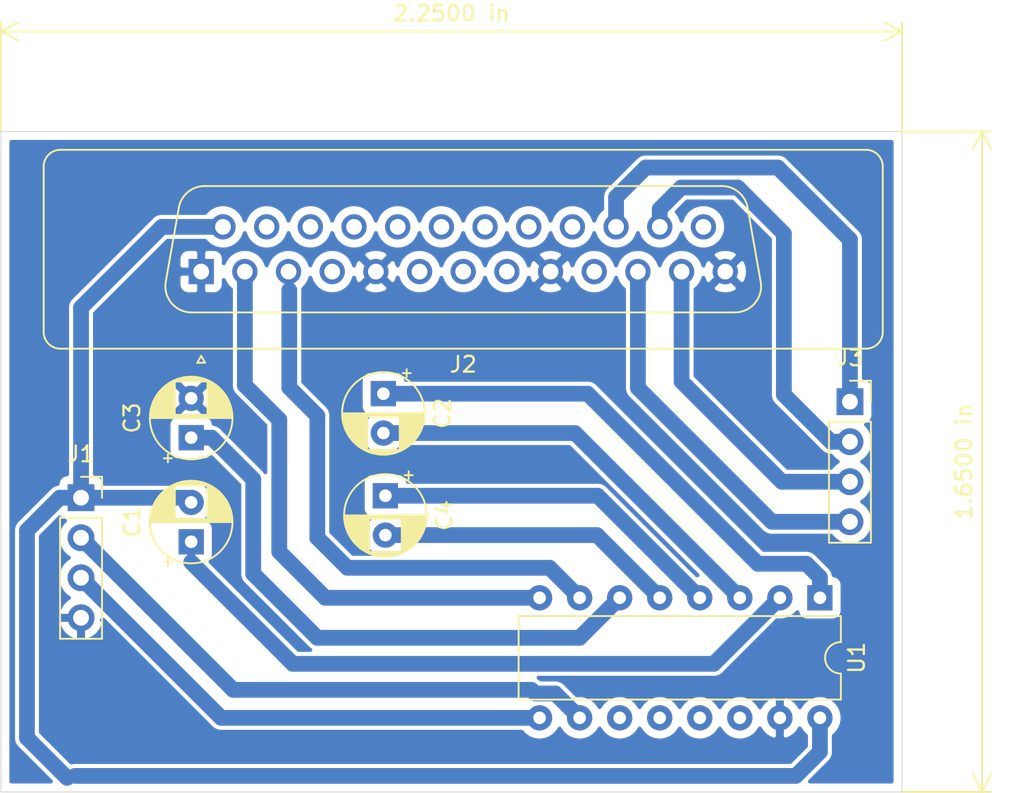
<source format=kicad_pcb>
(kicad_pcb (version 20171130) (host pcbnew 5.1.5-52549c5~84~ubuntu18.04.1)

  (general
    (thickness 1.6)
    (drawings 6)
    (tracks 74)
    (zones 0)
    (modules 8)
    (nets 34)
  )

  (page A4)
  (layers
    (0 F.Cu signal)
    (31 B.Cu signal)
    (32 B.Adhes user)
    (33 F.Adhes user)
    (34 B.Paste user)
    (35 F.Paste user)
    (36 B.SilkS user)
    (37 F.SilkS user)
    (38 B.Mask user)
    (39 F.Mask user)
    (40 Dwgs.User user)
    (41 Cmts.User user)
    (42 Eco1.User user)
    (43 Eco2.User user)
    (44 Edge.Cuts user)
    (45 Margin user)
    (46 B.CrtYd user)
    (47 F.CrtYd user)
    (48 B.Fab user)
    (49 F.Fab user)
  )

  (setup
    (last_trace_width 1)
    (trace_clearance 0.5)
    (zone_clearance 0.508)
    (zone_45_only no)
    (trace_min 0.2)
    (via_size 2)
    (via_drill 1)
    (via_min_size 0.7)
    (via_min_drill 0.3)
    (uvia_size 0.3)
    (uvia_drill 0.1)
    (uvias_allowed no)
    (uvia_min_size 0.1)
    (uvia_min_drill 0.1)
    (edge_width 0.05)
    (segment_width 0.2)
    (pcb_text_width 0.3)
    (pcb_text_size 1.5 1.5)
    (mod_edge_width 0.12)
    (mod_text_size 1 1)
    (mod_text_width 0.15)
    (pad_size 1.524 1.524)
    (pad_drill 0.762)
    (pad_to_mask_clearance 0.051)
    (solder_mask_min_width 0.25)
    (aux_axis_origin 0 0)
    (visible_elements FFFFFF7F)
    (pcbplotparams
      (layerselection 0x010fc_ffffffff)
      (usegerberextensions false)
      (usegerberattributes false)
      (usegerberadvancedattributes false)
      (creategerberjobfile false)
      (excludeedgelayer true)
      (linewidth 0.100000)
      (plotframeref false)
      (viasonmask false)
      (mode 1)
      (useauxorigin false)
      (hpglpennumber 1)
      (hpglpenspeed 20)
      (hpglpendiameter 15.000000)
      (psnegative false)
      (psa4output false)
      (plotreference true)
      (plotvalue true)
      (plotinvisibletext false)
      (padsonsilk false)
      (subtractmaskfromsilk false)
      (outputformat 1)
      (mirror false)
      (drillshape 1)
      (scaleselection 1)
      (outputdirectory ""))
  )

  (net 0 "")
  (net 1 "Net-(C1-Pad1)")
  (net 2 "Net-(C2-Pad2)")
  (net 3 "Net-(C2-Pad1)")
  (net 4 GND)
  (net 5 "Net-(C3-Pad1)")
  (net 6 "Net-(C4-Pad1)")
  (net 7 "Net-(C4-Pad2)")
  (net 8 "Net-(J1-Pad2)")
  (net 9 "Net-(J1-Pad3)")
  (net 10 "Net-(J2-Pad2)")
  (net 11 "Net-(J2-Pad3)")
  (net 12 "Net-(J2-Pad4)")
  (net 13 "Net-(J2-Pad6)")
  (net 14 "Net-(J2-Pad7)")
  (net 15 "Net-(J2-Pad8)")
  (net 16 "Net-(J2-Pad10)")
  (net 17 "Net-(J2-Pad11)")
  (net 18 "Net-(J2-Pad12)")
  (net 19 "Net-(J2-Pad15)")
  (net 20 "Net-(J2-Pad16)")
  (net 21 "Net-(J2-Pad17)")
  (net 22 "Net-(J2-Pad18)")
  (net 23 "Net-(J2-Pad19)")
  (net 24 "Net-(J2-Pad20)")
  (net 25 "Net-(J2-Pad21)")
  (net 26 "Net-(J2-Pad22)")
  (net 27 "Net-(J2-Pad23)")
  (net 28 "Net-(J2-Pad24)")
  (net 29 +5C)
  (net 30 "Net-(U1-Pad11)")
  (net 31 "Net-(U1-Pad12)")
  (net 32 "Net-(U1-Pad13)")
  (net 33 "Net-(U1-Pad14)")

  (net_class Default "This is the default net class."
    (clearance 0.5)
    (trace_width 1)
    (via_dia 2)
    (via_drill 1)
    (uvia_dia 0.3)
    (uvia_drill 0.1)
    (add_net +5C)
    (add_net GND)
    (add_net "Net-(C1-Pad1)")
    (add_net "Net-(C2-Pad1)")
    (add_net "Net-(C2-Pad2)")
    (add_net "Net-(C3-Pad1)")
    (add_net "Net-(C4-Pad1)")
    (add_net "Net-(C4-Pad2)")
    (add_net "Net-(J1-Pad2)")
    (add_net "Net-(J1-Pad3)")
    (add_net "Net-(J2-Pad10)")
    (add_net "Net-(J2-Pad11)")
    (add_net "Net-(J2-Pad12)")
    (add_net "Net-(J2-Pad15)")
    (add_net "Net-(J2-Pad16)")
    (add_net "Net-(J2-Pad17)")
    (add_net "Net-(J2-Pad18)")
    (add_net "Net-(J2-Pad19)")
    (add_net "Net-(J2-Pad2)")
    (add_net "Net-(J2-Pad20)")
    (add_net "Net-(J2-Pad21)")
    (add_net "Net-(J2-Pad22)")
    (add_net "Net-(J2-Pad23)")
    (add_net "Net-(J2-Pad24)")
    (add_net "Net-(J2-Pad3)")
    (add_net "Net-(J2-Pad4)")
    (add_net "Net-(J2-Pad6)")
    (add_net "Net-(J2-Pad7)")
    (add_net "Net-(J2-Pad8)")
    (add_net "Net-(U1-Pad11)")
    (add_net "Net-(U1-Pad12)")
    (add_net "Net-(U1-Pad13)")
    (add_net "Net-(U1-Pad14)")
  )

  (net_class Power ""
    (clearance 0.5)
    (trace_width 1.2)
    (via_dia 2)
    (via_drill 1)
    (uvia_dia 0.3)
    (uvia_drill 0.1)
  )

  (module Connector_PinSocket_2.54mm:PinSocket_1x04_P2.54mm_Vertical (layer F.Cu) (tedit 5A19A429) (tstamp 5E4F08F9)
    (at 155.448 59.055)
    (descr "Through hole straight socket strip, 1x04, 2.54mm pitch, single row (from Kicad 4.0.7), script generated")
    (tags "Through hole socket strip THT 1x04 2.54mm single row")
    (path /5E4F10B5)
    (fp_text reference J3 (at 0 -2.77) (layer F.SilkS)
      (effects (font (size 1 1) (thickness 0.15)))
    )
    (fp_text value Conn_01x04 (at 0 10.39) (layer F.Fab)
      (effects (font (size 1 1) (thickness 0.15)))
    )
    (fp_text user %R (at 0 3.81 90) (layer F.Fab)
      (effects (font (size 1 1) (thickness 0.15)))
    )
    (fp_line (start -1.8 9.4) (end -1.8 -1.8) (layer F.CrtYd) (width 0.05))
    (fp_line (start 1.75 9.4) (end -1.8 9.4) (layer F.CrtYd) (width 0.05))
    (fp_line (start 1.75 -1.8) (end 1.75 9.4) (layer F.CrtYd) (width 0.05))
    (fp_line (start -1.8 -1.8) (end 1.75 -1.8) (layer F.CrtYd) (width 0.05))
    (fp_line (start 0 -1.33) (end 1.33 -1.33) (layer F.SilkS) (width 0.12))
    (fp_line (start 1.33 -1.33) (end 1.33 0) (layer F.SilkS) (width 0.12))
    (fp_line (start 1.33 1.27) (end 1.33 8.95) (layer F.SilkS) (width 0.12))
    (fp_line (start -1.33 8.95) (end 1.33 8.95) (layer F.SilkS) (width 0.12))
    (fp_line (start -1.33 1.27) (end -1.33 8.95) (layer F.SilkS) (width 0.12))
    (fp_line (start -1.33 1.27) (end 1.33 1.27) (layer F.SilkS) (width 0.12))
    (fp_line (start -1.27 8.89) (end -1.27 -1.27) (layer F.Fab) (width 0.1))
    (fp_line (start 1.27 8.89) (end -1.27 8.89) (layer F.Fab) (width 0.1))
    (fp_line (start 1.27 -0.635) (end 1.27 8.89) (layer F.Fab) (width 0.1))
    (fp_line (start 0.635 -1.27) (end 1.27 -0.635) (layer F.Fab) (width 0.1))
    (fp_line (start -1.27 -1.27) (end 0.635 -1.27) (layer F.Fab) (width 0.1))
    (pad 4 thru_hole oval (at 0 7.62) (size 1.7 1.7) (drill 1) (layers *.Cu *.Mask)
      (net 17 "Net-(J2-Pad11)"))
    (pad 3 thru_hole oval (at 0 5.08) (size 1.7 1.7) (drill 1) (layers *.Cu *.Mask)
      (net 18 "Net-(J2-Pad12)"))
    (pad 2 thru_hole oval (at 0 2.54) (size 1.7 1.7) (drill 1) (layers *.Cu *.Mask)
      (net 28 "Net-(J2-Pad24)"))
    (pad 1 thru_hole rect (at 0 0) (size 1.7 1.7) (drill 1) (layers *.Cu *.Mask)
      (net 27 "Net-(J2-Pad23)"))
    (model ${KISYS3DMOD}/Connector_PinSocket_2.54mm.3dshapes/PinSocket_1x04_P2.54mm_Vertical.wrl
      (at (xyz 0 0 0))
      (scale (xyz 1 1 1))
      (rotate (xyz 0 0 0))
    )
  )

  (module Connector_Dsub:DSUB-25_Female_Vertical_P2.77x2.84mm (layer F.Cu) (tedit 59FEDEE2) (tstamp 5E46EB26)
    (at 114.3 50.8 180)
    (descr "25-pin D-Sub connector, straight/vertical, THT-mount, female, pitch 2.77x2.84mm, distance of mounting holes 47.1mm, see https://disti-assets.s3.amazonaws.com/tonar/files/datasheets/16730.pdf")
    (tags "25-pin D-Sub connector straight vertical THT female pitch 2.77x2.84mm mounting holes distance 47.1mm")
    (path /5E4574EF)
    (fp_text reference J2 (at -16.62 -5.89) (layer F.SilkS)
      (effects (font (size 1 1) (thickness 0.15)))
    )
    (fp_text value DB25_Female (at -16.62 8.73) (layer F.Fab)
      (effects (font (size 1 1) (thickness 0.15)))
    )
    (fp_arc (start -42.17 -3.83) (end -43.17 -3.83) (angle 90) (layer F.Fab) (width 0.1))
    (fp_arc (start 8.93 -3.83) (end 8.93 -4.83) (angle 90) (layer F.Fab) (width 0.1))
    (fp_arc (start -42.17 6.67) (end -43.17 6.67) (angle -90) (layer F.Fab) (width 0.1))
    (fp_arc (start 8.93 6.67) (end 9.93 6.67) (angle 90) (layer F.Fab) (width 0.1))
    (fp_arc (start -42.17 -3.83) (end -43.23 -3.83) (angle 90) (layer F.SilkS) (width 0.12))
    (fp_arc (start 8.93 -3.83) (end 8.93 -4.89) (angle 90) (layer F.SilkS) (width 0.12))
    (fp_arc (start -42.17 6.67) (end -43.23 6.67) (angle -90) (layer F.SilkS) (width 0.12))
    (fp_arc (start 8.93 6.67) (end 9.99 6.67) (angle 90) (layer F.SilkS) (width 0.12))
    (fp_arc (start -33.863194 -0.93) (end -33.863194 -2.53) (angle -100) (layer F.Fab) (width 0.1))
    (fp_arc (start 0.623194 -0.93) (end 0.623194 -2.53) (angle 100) (layer F.Fab) (width 0.1))
    (fp_arc (start -33.034457 3.77) (end -33.034457 5.37) (angle 80) (layer F.Fab) (width 0.1))
    (fp_arc (start -0.205543 3.77) (end -0.205543 5.37) (angle -80) (layer F.Fab) (width 0.1))
    (fp_arc (start -33.851689 -0.93) (end -33.851689 -2.59) (angle -100) (layer F.SilkS) (width 0.12))
    (fp_arc (start 0.611689 -0.93) (end 0.611689 -2.59) (angle 100) (layer F.SilkS) (width 0.12))
    (fp_arc (start -33.022952 3.77) (end -33.022952 5.43) (angle 80) (layer F.SilkS) (width 0.12))
    (fp_arc (start -0.217048 3.77) (end -0.217048 5.43) (angle -80) (layer F.SilkS) (width 0.12))
    (fp_line (start -42.17 -4.83) (end 8.93 -4.83) (layer F.Fab) (width 0.1))
    (fp_line (start 9.93 -3.83) (end 9.93 6.67) (layer F.Fab) (width 0.1))
    (fp_line (start 8.93 7.67) (end -42.17 7.67) (layer F.Fab) (width 0.1))
    (fp_line (start -43.17 6.67) (end -43.17 -3.83) (layer F.Fab) (width 0.1))
    (fp_line (start -42.17 -4.89) (end 8.93 -4.89) (layer F.SilkS) (width 0.12))
    (fp_line (start 9.99 -3.83) (end 9.99 6.67) (layer F.SilkS) (width 0.12))
    (fp_line (start 8.93 7.73) (end -42.17 7.73) (layer F.SilkS) (width 0.12))
    (fp_line (start -43.23 6.67) (end -43.23 -3.83) (layer F.SilkS) (width 0.12))
    (fp_line (start -0.25 -5.784338) (end 0.25 -5.784338) (layer F.SilkS) (width 0.12))
    (fp_line (start 0.25 -5.784338) (end 0 -5.351325) (layer F.SilkS) (width 0.12))
    (fp_line (start 0 -5.351325) (end -0.25 -5.784338) (layer F.SilkS) (width 0.12))
    (fp_line (start -33.863194 -2.53) (end 0.623194 -2.53) (layer F.Fab) (width 0.1))
    (fp_line (start -33.034457 5.37) (end -0.205543 5.37) (layer F.Fab) (width 0.1))
    (fp_line (start 2.198887 -0.652163) (end 1.37015 4.047837) (layer F.Fab) (width 0.1))
    (fp_line (start -35.438887 -0.652163) (end -34.61015 4.047837) (layer F.Fab) (width 0.1))
    (fp_line (start -33.851689 -2.59) (end 0.611689 -2.59) (layer F.SilkS) (width 0.12))
    (fp_line (start -33.022952 5.43) (end -0.217048 5.43) (layer F.SilkS) (width 0.12))
    (fp_line (start 2.24647 -0.641744) (end 1.417733 4.058256) (layer F.SilkS) (width 0.12))
    (fp_line (start -35.48647 -0.641744) (end -34.657733 4.058256) (layer F.SilkS) (width 0.12))
    (fp_line (start -43.7 -5.35) (end -43.7 8.2) (layer F.CrtYd) (width 0.05))
    (fp_line (start -43.7 8.2) (end 10.45 8.2) (layer F.CrtYd) (width 0.05))
    (fp_line (start 10.45 8.2) (end 10.45 -5.35) (layer F.CrtYd) (width 0.05))
    (fp_line (start 10.45 -5.35) (end -43.7 -5.35) (layer F.CrtYd) (width 0.05))
    (fp_text user %R (at -16.62 1.42) (layer F.Fab)
      (effects (font (size 1 1) (thickness 0.15)))
    )
    (pad 1 thru_hole rect (at 0 0 180) (size 1.6 1.6) (drill 1) (layers *.Cu *.Mask)
      (net 4 GND))
    (pad 2 thru_hole circle (at -2.77 0 180) (size 1.6 1.6) (drill 1) (layers *.Cu *.Mask)
      (net 10 "Net-(J2-Pad2)"))
    (pad 3 thru_hole circle (at -5.54 0 180) (size 1.6 1.6) (drill 1) (layers *.Cu *.Mask)
      (net 11 "Net-(J2-Pad3)"))
    (pad 4 thru_hole circle (at -8.31 0 180) (size 1.6 1.6) (drill 1) (layers *.Cu *.Mask)
      (net 12 "Net-(J2-Pad4)"))
    (pad 5 thru_hole circle (at -11.08 0 180) (size 1.6 1.6) (drill 1) (layers *.Cu *.Mask)
      (net 4 GND))
    (pad 6 thru_hole circle (at -13.85 0 180) (size 1.6 1.6) (drill 1) (layers *.Cu *.Mask)
      (net 13 "Net-(J2-Pad6)"))
    (pad 7 thru_hole circle (at -16.62 0 180) (size 1.6 1.6) (drill 1) (layers *.Cu *.Mask)
      (net 14 "Net-(J2-Pad7)"))
    (pad 8 thru_hole circle (at -19.39 0 180) (size 1.6 1.6) (drill 1) (layers *.Cu *.Mask)
      (net 15 "Net-(J2-Pad8)"))
    (pad 9 thru_hole circle (at -22.16 0 180) (size 1.6 1.6) (drill 1) (layers *.Cu *.Mask)
      (net 4 GND))
    (pad 10 thru_hole circle (at -24.93 0 180) (size 1.6 1.6) (drill 1) (layers *.Cu *.Mask)
      (net 16 "Net-(J2-Pad10)"))
    (pad 11 thru_hole circle (at -27.7 0 180) (size 1.6 1.6) (drill 1) (layers *.Cu *.Mask)
      (net 17 "Net-(J2-Pad11)"))
    (pad 12 thru_hole circle (at -30.47 0 180) (size 1.6 1.6) (drill 1) (layers *.Cu *.Mask)
      (net 18 "Net-(J2-Pad12)"))
    (pad 13 thru_hole circle (at -33.24 0 180) (size 1.6 1.6) (drill 1) (layers *.Cu *.Mask)
      (net 4 GND))
    (pad 14 thru_hole circle (at -1.385 2.84 180) (size 1.6 1.6) (drill 1) (layers *.Cu *.Mask)
      (net 29 +5C))
    (pad 15 thru_hole circle (at -4.155 2.84 180) (size 1.6 1.6) (drill 1) (layers *.Cu *.Mask)
      (net 19 "Net-(J2-Pad15)"))
    (pad 16 thru_hole circle (at -6.925 2.84 180) (size 1.6 1.6) (drill 1) (layers *.Cu *.Mask)
      (net 20 "Net-(J2-Pad16)"))
    (pad 17 thru_hole circle (at -9.695 2.84 180) (size 1.6 1.6) (drill 1) (layers *.Cu *.Mask)
      (net 21 "Net-(J2-Pad17)"))
    (pad 18 thru_hole circle (at -12.465 2.84 180) (size 1.6 1.6) (drill 1) (layers *.Cu *.Mask)
      (net 22 "Net-(J2-Pad18)"))
    (pad 19 thru_hole circle (at -15.235 2.84 180) (size 1.6 1.6) (drill 1) (layers *.Cu *.Mask)
      (net 23 "Net-(J2-Pad19)"))
    (pad 20 thru_hole circle (at -18.005 2.84 180) (size 1.6 1.6) (drill 1) (layers *.Cu *.Mask)
      (net 24 "Net-(J2-Pad20)"))
    (pad 21 thru_hole circle (at -20.775 2.84 180) (size 1.6 1.6) (drill 1) (layers *.Cu *.Mask)
      (net 25 "Net-(J2-Pad21)"))
    (pad 22 thru_hole circle (at -23.545 2.84 180) (size 1.6 1.6) (drill 1) (layers *.Cu *.Mask)
      (net 26 "Net-(J2-Pad22)"))
    (pad 23 thru_hole circle (at -26.315 2.84 180) (size 1.6 1.6) (drill 1) (layers *.Cu *.Mask)
      (net 27 "Net-(J2-Pad23)"))
    (pad 24 thru_hole circle (at -29.085 2.84 180) (size 1.6 1.6) (drill 1) (layers *.Cu *.Mask)
      (net 28 "Net-(J2-Pad24)"))
    (pad 25 thru_hole circle (at -31.855 2.84 180) (size 1.6 1.6) (drill 1) (layers *.Cu *.Mask)
      (net 29 +5C))
    (model ${KISYS3DMOD}/Connector_Dsub.3dshapes/DSUB-25_Female_Vertical_P2.77x2.84mm.wrl
      (at (xyz 0 0 0))
      (scale (xyz 1 1 1))
      (rotate (xyz 0 0 0))
    )
  )

  (module Package_DIP:DIP-16_W7.62mm (layer F.Cu) (tedit 5A02E8C5) (tstamp 5E4AE5BD)
    (at 153.543 71.501 270)
    (descr "16-lead though-hole mounted DIP package, row spacing 7.62 mm (300 mils)")
    (tags "THT DIP DIL PDIP 2.54mm 7.62mm 300mil")
    (path /5E4556C3)
    (fp_text reference U1 (at 3.81 -2.33 90) (layer F.SilkS)
      (effects (font (size 1 1) (thickness 0.15)))
    )
    (fp_text value MAX232 (at 3.81 20.11 90) (layer F.Fab)
      (effects (font (size 1 1) (thickness 0.15)))
    )
    (fp_arc (start 3.81 -1.33) (end 2.81 -1.33) (angle -180) (layer F.SilkS) (width 0.12))
    (fp_line (start 1.635 -1.27) (end 6.985 -1.27) (layer F.Fab) (width 0.1))
    (fp_line (start 6.985 -1.27) (end 6.985 19.05) (layer F.Fab) (width 0.1))
    (fp_line (start 6.985 19.05) (end 0.635 19.05) (layer F.Fab) (width 0.1))
    (fp_line (start 0.635 19.05) (end 0.635 -0.27) (layer F.Fab) (width 0.1))
    (fp_line (start 0.635 -0.27) (end 1.635 -1.27) (layer F.Fab) (width 0.1))
    (fp_line (start 2.81 -1.33) (end 1.16 -1.33) (layer F.SilkS) (width 0.12))
    (fp_line (start 1.16 -1.33) (end 1.16 19.11) (layer F.SilkS) (width 0.12))
    (fp_line (start 1.16 19.11) (end 6.46 19.11) (layer F.SilkS) (width 0.12))
    (fp_line (start 6.46 19.11) (end 6.46 -1.33) (layer F.SilkS) (width 0.12))
    (fp_line (start 6.46 -1.33) (end 4.81 -1.33) (layer F.SilkS) (width 0.12))
    (fp_line (start -1.1 -1.55) (end -1.1 19.3) (layer F.CrtYd) (width 0.05))
    (fp_line (start -1.1 19.3) (end 8.7 19.3) (layer F.CrtYd) (width 0.05))
    (fp_line (start 8.7 19.3) (end 8.7 -1.55) (layer F.CrtYd) (width 0.05))
    (fp_line (start 8.7 -1.55) (end -1.1 -1.55) (layer F.CrtYd) (width 0.05))
    (fp_text user %R (at 3.81 8.89 90) (layer F.Fab)
      (effects (font (size 1 1) (thickness 0.15)))
    )
    (pad 1 thru_hole rect (at 0 0 270) (size 1.6 1.6) (drill 0.8) (layers *.Cu *.Mask)
      (net 3 "Net-(C2-Pad1)"))
    (pad 9 thru_hole oval (at 7.62 17.78 270) (size 1.6 1.6) (drill 0.8) (layers *.Cu *.Mask)
      (net 9 "Net-(J1-Pad3)"))
    (pad 2 thru_hole oval (at 0 2.54 270) (size 1.6 1.6) (drill 0.8) (layers *.Cu *.Mask)
      (net 1 "Net-(C1-Pad1)"))
    (pad 10 thru_hole oval (at 7.62 15.24 270) (size 1.6 1.6) (drill 0.8) (layers *.Cu *.Mask)
      (net 8 "Net-(J1-Pad2)"))
    (pad 3 thru_hole oval (at 0 5.08 270) (size 1.6 1.6) (drill 0.8) (layers *.Cu *.Mask)
      (net 2 "Net-(C2-Pad2)"))
    (pad 11 thru_hole oval (at 7.62 12.7 270) (size 1.6 1.6) (drill 0.8) (layers *.Cu *.Mask)
      (net 30 "Net-(U1-Pad11)"))
    (pad 4 thru_hole oval (at 0 7.62 270) (size 1.6 1.6) (drill 0.8) (layers *.Cu *.Mask)
      (net 6 "Net-(C4-Pad1)"))
    (pad 12 thru_hole oval (at 7.62 10.16 270) (size 1.6 1.6) (drill 0.8) (layers *.Cu *.Mask)
      (net 31 "Net-(U1-Pad12)"))
    (pad 5 thru_hole oval (at 0 10.16 270) (size 1.6 1.6) (drill 0.8) (layers *.Cu *.Mask)
      (net 7 "Net-(C4-Pad2)"))
    (pad 13 thru_hole oval (at 7.62 7.62 270) (size 1.6 1.6) (drill 0.8) (layers *.Cu *.Mask)
      (net 32 "Net-(U1-Pad13)"))
    (pad 6 thru_hole oval (at 0 12.7 270) (size 1.6 1.6) (drill 0.8) (layers *.Cu *.Mask)
      (net 5 "Net-(C3-Pad1)"))
    (pad 14 thru_hole oval (at 7.62 5.08 270) (size 1.6 1.6) (drill 0.8) (layers *.Cu *.Mask)
      (net 33 "Net-(U1-Pad14)"))
    (pad 7 thru_hole oval (at 0 15.24 270) (size 1.6 1.6) (drill 0.8) (layers *.Cu *.Mask)
      (net 11 "Net-(J2-Pad3)"))
    (pad 15 thru_hole oval (at 7.62 2.54 270) (size 1.6 1.6) (drill 0.8) (layers *.Cu *.Mask)
      (net 4 GND))
    (pad 8 thru_hole oval (at 0 17.78 270) (size 1.6 1.6) (drill 0.8) (layers *.Cu *.Mask)
      (net 10 "Net-(J2-Pad2)"))
    (pad 16 thru_hole oval (at 7.62 0 270) (size 1.6 1.6) (drill 0.8) (layers *.Cu *.Mask)
      (net 29 +5C))
    (model ${KISYS3DMOD}/Package_DIP.3dshapes/DIP-16_W7.62mm.wrl
      (at (xyz 0 0 0))
      (scale (xyz 1 1 1))
      (rotate (xyz 0 0 0))
    )
  )

  (module Connector_PinSocket_2.54mm:PinSocket_1x04_P2.54mm_Vertical (layer F.Cu) (tedit 5A19A429) (tstamp 5E470758)
    (at 106.68 65.151)
    (descr "Through hole straight socket strip, 1x04, 2.54mm pitch, single row (from Kicad 4.0.7), script generated")
    (tags "Through hole socket strip THT 1x04 2.54mm single row")
    (path /5E46CB90)
    (fp_text reference J1 (at 0 -2.77) (layer F.SilkS)
      (effects (font (size 1 1) (thickness 0.15)))
    )
    (fp_text value Conn_01x04 (at 0 10.39) (layer F.Fab)
      (effects (font (size 1 1) (thickness 0.15)))
    )
    (fp_text user %R (at 0 3.81 90) (layer F.Fab)
      (effects (font (size 1 1) (thickness 0.15)))
    )
    (fp_line (start -1.8 9.4) (end -1.8 -1.8) (layer F.CrtYd) (width 0.05))
    (fp_line (start 1.75 9.4) (end -1.8 9.4) (layer F.CrtYd) (width 0.05))
    (fp_line (start 1.75 -1.8) (end 1.75 9.4) (layer F.CrtYd) (width 0.05))
    (fp_line (start -1.8 -1.8) (end 1.75 -1.8) (layer F.CrtYd) (width 0.05))
    (fp_line (start 0 -1.33) (end 1.33 -1.33) (layer F.SilkS) (width 0.12))
    (fp_line (start 1.33 -1.33) (end 1.33 0) (layer F.SilkS) (width 0.12))
    (fp_line (start 1.33 1.27) (end 1.33 8.95) (layer F.SilkS) (width 0.12))
    (fp_line (start -1.33 8.95) (end 1.33 8.95) (layer F.SilkS) (width 0.12))
    (fp_line (start -1.33 1.27) (end -1.33 8.95) (layer F.SilkS) (width 0.12))
    (fp_line (start -1.33 1.27) (end 1.33 1.27) (layer F.SilkS) (width 0.12))
    (fp_line (start -1.27 8.89) (end -1.27 -1.27) (layer F.Fab) (width 0.1))
    (fp_line (start 1.27 8.89) (end -1.27 8.89) (layer F.Fab) (width 0.1))
    (fp_line (start 1.27 -0.635) (end 1.27 8.89) (layer F.Fab) (width 0.1))
    (fp_line (start 0.635 -1.27) (end 1.27 -0.635) (layer F.Fab) (width 0.1))
    (fp_line (start -1.27 -1.27) (end 0.635 -1.27) (layer F.Fab) (width 0.1))
    (pad 4 thru_hole oval (at 0 7.62) (size 1.7 1.7) (drill 1) (layers *.Cu *.Mask)
      (net 4 GND))
    (pad 3 thru_hole oval (at 0 5.08) (size 1.7 1.7) (drill 1) (layers *.Cu *.Mask)
      (net 9 "Net-(J1-Pad3)"))
    (pad 2 thru_hole oval (at 0 2.54) (size 1.7 1.7) (drill 1) (layers *.Cu *.Mask)
      (net 8 "Net-(J1-Pad2)"))
    (pad 1 thru_hole rect (at 0 0) (size 1.7 1.7) (drill 1) (layers *.Cu *.Mask)
      (net 29 +5C))
    (model ${KISYS3DMOD}/Connector_PinSocket_2.54mm.3dshapes/PinSocket_1x04_P2.54mm_Vertical.wrl
      (at (xyz 0 0 0))
      (scale (xyz 1 1 1))
      (rotate (xyz 0 0 0))
    )
  )

  (module Capacitor_THT:CP_Radial_D5.0mm_P2.50mm (layer F.Cu) (tedit 5AE50EF0) (tstamp 5E46E93E)
    (at 113.665 67.945 90)
    (descr "CP, Radial series, Radial, pin pitch=2.50mm, , diameter=5mm, Electrolytic Capacitor")
    (tags "CP Radial series Radial pin pitch 2.50mm  diameter 5mm Electrolytic Capacitor")
    (path /5E456B3B)
    (fp_text reference C1 (at 1.25 -3.75 90) (layer F.SilkS)
      (effects (font (size 1 1) (thickness 0.15)))
    )
    (fp_text value CAP (at 1.25 3.75 90) (layer F.Fab)
      (effects (font (size 1 1) (thickness 0.15)))
    )
    (fp_text user %R (at 1.27 0 90) (layer F.Fab)
      (effects (font (size 1 1) (thickness 0.15)))
    )
    (fp_line (start -1.304775 -1.725) (end -1.304775 -1.225) (layer F.SilkS) (width 0.12))
    (fp_line (start -1.554775 -1.475) (end -1.054775 -1.475) (layer F.SilkS) (width 0.12))
    (fp_line (start 3.851 -0.284) (end 3.851 0.284) (layer F.SilkS) (width 0.12))
    (fp_line (start 3.811 -0.518) (end 3.811 0.518) (layer F.SilkS) (width 0.12))
    (fp_line (start 3.771 -0.677) (end 3.771 0.677) (layer F.SilkS) (width 0.12))
    (fp_line (start 3.731 -0.805) (end 3.731 0.805) (layer F.SilkS) (width 0.12))
    (fp_line (start 3.691 -0.915) (end 3.691 0.915) (layer F.SilkS) (width 0.12))
    (fp_line (start 3.651 -1.011) (end 3.651 1.011) (layer F.SilkS) (width 0.12))
    (fp_line (start 3.611 -1.098) (end 3.611 1.098) (layer F.SilkS) (width 0.12))
    (fp_line (start 3.571 -1.178) (end 3.571 1.178) (layer F.SilkS) (width 0.12))
    (fp_line (start 3.531 1.04) (end 3.531 1.251) (layer F.SilkS) (width 0.12))
    (fp_line (start 3.531 -1.251) (end 3.531 -1.04) (layer F.SilkS) (width 0.12))
    (fp_line (start 3.491 1.04) (end 3.491 1.319) (layer F.SilkS) (width 0.12))
    (fp_line (start 3.491 -1.319) (end 3.491 -1.04) (layer F.SilkS) (width 0.12))
    (fp_line (start 3.451 1.04) (end 3.451 1.383) (layer F.SilkS) (width 0.12))
    (fp_line (start 3.451 -1.383) (end 3.451 -1.04) (layer F.SilkS) (width 0.12))
    (fp_line (start 3.411 1.04) (end 3.411 1.443) (layer F.SilkS) (width 0.12))
    (fp_line (start 3.411 -1.443) (end 3.411 -1.04) (layer F.SilkS) (width 0.12))
    (fp_line (start 3.371 1.04) (end 3.371 1.5) (layer F.SilkS) (width 0.12))
    (fp_line (start 3.371 -1.5) (end 3.371 -1.04) (layer F.SilkS) (width 0.12))
    (fp_line (start 3.331 1.04) (end 3.331 1.554) (layer F.SilkS) (width 0.12))
    (fp_line (start 3.331 -1.554) (end 3.331 -1.04) (layer F.SilkS) (width 0.12))
    (fp_line (start 3.291 1.04) (end 3.291 1.605) (layer F.SilkS) (width 0.12))
    (fp_line (start 3.291 -1.605) (end 3.291 -1.04) (layer F.SilkS) (width 0.12))
    (fp_line (start 3.251 1.04) (end 3.251 1.653) (layer F.SilkS) (width 0.12))
    (fp_line (start 3.251 -1.653) (end 3.251 -1.04) (layer F.SilkS) (width 0.12))
    (fp_line (start 3.211 1.04) (end 3.211 1.699) (layer F.SilkS) (width 0.12))
    (fp_line (start 3.211 -1.699) (end 3.211 -1.04) (layer F.SilkS) (width 0.12))
    (fp_line (start 3.171 1.04) (end 3.171 1.743) (layer F.SilkS) (width 0.12))
    (fp_line (start 3.171 -1.743) (end 3.171 -1.04) (layer F.SilkS) (width 0.12))
    (fp_line (start 3.131 1.04) (end 3.131 1.785) (layer F.SilkS) (width 0.12))
    (fp_line (start 3.131 -1.785) (end 3.131 -1.04) (layer F.SilkS) (width 0.12))
    (fp_line (start 3.091 1.04) (end 3.091 1.826) (layer F.SilkS) (width 0.12))
    (fp_line (start 3.091 -1.826) (end 3.091 -1.04) (layer F.SilkS) (width 0.12))
    (fp_line (start 3.051 1.04) (end 3.051 1.864) (layer F.SilkS) (width 0.12))
    (fp_line (start 3.051 -1.864) (end 3.051 -1.04) (layer F.SilkS) (width 0.12))
    (fp_line (start 3.011 1.04) (end 3.011 1.901) (layer F.SilkS) (width 0.12))
    (fp_line (start 3.011 -1.901) (end 3.011 -1.04) (layer F.SilkS) (width 0.12))
    (fp_line (start 2.971 1.04) (end 2.971 1.937) (layer F.SilkS) (width 0.12))
    (fp_line (start 2.971 -1.937) (end 2.971 -1.04) (layer F.SilkS) (width 0.12))
    (fp_line (start 2.931 1.04) (end 2.931 1.971) (layer F.SilkS) (width 0.12))
    (fp_line (start 2.931 -1.971) (end 2.931 -1.04) (layer F.SilkS) (width 0.12))
    (fp_line (start 2.891 1.04) (end 2.891 2.004) (layer F.SilkS) (width 0.12))
    (fp_line (start 2.891 -2.004) (end 2.891 -1.04) (layer F.SilkS) (width 0.12))
    (fp_line (start 2.851 1.04) (end 2.851 2.035) (layer F.SilkS) (width 0.12))
    (fp_line (start 2.851 -2.035) (end 2.851 -1.04) (layer F.SilkS) (width 0.12))
    (fp_line (start 2.811 1.04) (end 2.811 2.065) (layer F.SilkS) (width 0.12))
    (fp_line (start 2.811 -2.065) (end 2.811 -1.04) (layer F.SilkS) (width 0.12))
    (fp_line (start 2.771 1.04) (end 2.771 2.095) (layer F.SilkS) (width 0.12))
    (fp_line (start 2.771 -2.095) (end 2.771 -1.04) (layer F.SilkS) (width 0.12))
    (fp_line (start 2.731 1.04) (end 2.731 2.122) (layer F.SilkS) (width 0.12))
    (fp_line (start 2.731 -2.122) (end 2.731 -1.04) (layer F.SilkS) (width 0.12))
    (fp_line (start 2.691 1.04) (end 2.691 2.149) (layer F.SilkS) (width 0.12))
    (fp_line (start 2.691 -2.149) (end 2.691 -1.04) (layer F.SilkS) (width 0.12))
    (fp_line (start 2.651 1.04) (end 2.651 2.175) (layer F.SilkS) (width 0.12))
    (fp_line (start 2.651 -2.175) (end 2.651 -1.04) (layer F.SilkS) (width 0.12))
    (fp_line (start 2.611 1.04) (end 2.611 2.2) (layer F.SilkS) (width 0.12))
    (fp_line (start 2.611 -2.2) (end 2.611 -1.04) (layer F.SilkS) (width 0.12))
    (fp_line (start 2.571 1.04) (end 2.571 2.224) (layer F.SilkS) (width 0.12))
    (fp_line (start 2.571 -2.224) (end 2.571 -1.04) (layer F.SilkS) (width 0.12))
    (fp_line (start 2.531 1.04) (end 2.531 2.247) (layer F.SilkS) (width 0.12))
    (fp_line (start 2.531 -2.247) (end 2.531 -1.04) (layer F.SilkS) (width 0.12))
    (fp_line (start 2.491 1.04) (end 2.491 2.268) (layer F.SilkS) (width 0.12))
    (fp_line (start 2.491 -2.268) (end 2.491 -1.04) (layer F.SilkS) (width 0.12))
    (fp_line (start 2.451 1.04) (end 2.451 2.29) (layer F.SilkS) (width 0.12))
    (fp_line (start 2.451 -2.29) (end 2.451 -1.04) (layer F.SilkS) (width 0.12))
    (fp_line (start 2.411 1.04) (end 2.411 2.31) (layer F.SilkS) (width 0.12))
    (fp_line (start 2.411 -2.31) (end 2.411 -1.04) (layer F.SilkS) (width 0.12))
    (fp_line (start 2.371 1.04) (end 2.371 2.329) (layer F.SilkS) (width 0.12))
    (fp_line (start 2.371 -2.329) (end 2.371 -1.04) (layer F.SilkS) (width 0.12))
    (fp_line (start 2.331 1.04) (end 2.331 2.348) (layer F.SilkS) (width 0.12))
    (fp_line (start 2.331 -2.348) (end 2.331 -1.04) (layer F.SilkS) (width 0.12))
    (fp_line (start 2.291 1.04) (end 2.291 2.365) (layer F.SilkS) (width 0.12))
    (fp_line (start 2.291 -2.365) (end 2.291 -1.04) (layer F.SilkS) (width 0.12))
    (fp_line (start 2.251 1.04) (end 2.251 2.382) (layer F.SilkS) (width 0.12))
    (fp_line (start 2.251 -2.382) (end 2.251 -1.04) (layer F.SilkS) (width 0.12))
    (fp_line (start 2.211 1.04) (end 2.211 2.398) (layer F.SilkS) (width 0.12))
    (fp_line (start 2.211 -2.398) (end 2.211 -1.04) (layer F.SilkS) (width 0.12))
    (fp_line (start 2.171 1.04) (end 2.171 2.414) (layer F.SilkS) (width 0.12))
    (fp_line (start 2.171 -2.414) (end 2.171 -1.04) (layer F.SilkS) (width 0.12))
    (fp_line (start 2.131 1.04) (end 2.131 2.428) (layer F.SilkS) (width 0.12))
    (fp_line (start 2.131 -2.428) (end 2.131 -1.04) (layer F.SilkS) (width 0.12))
    (fp_line (start 2.091 1.04) (end 2.091 2.442) (layer F.SilkS) (width 0.12))
    (fp_line (start 2.091 -2.442) (end 2.091 -1.04) (layer F.SilkS) (width 0.12))
    (fp_line (start 2.051 1.04) (end 2.051 2.455) (layer F.SilkS) (width 0.12))
    (fp_line (start 2.051 -2.455) (end 2.051 -1.04) (layer F.SilkS) (width 0.12))
    (fp_line (start 2.011 1.04) (end 2.011 2.468) (layer F.SilkS) (width 0.12))
    (fp_line (start 2.011 -2.468) (end 2.011 -1.04) (layer F.SilkS) (width 0.12))
    (fp_line (start 1.971 1.04) (end 1.971 2.48) (layer F.SilkS) (width 0.12))
    (fp_line (start 1.971 -2.48) (end 1.971 -1.04) (layer F.SilkS) (width 0.12))
    (fp_line (start 1.93 1.04) (end 1.93 2.491) (layer F.SilkS) (width 0.12))
    (fp_line (start 1.93 -2.491) (end 1.93 -1.04) (layer F.SilkS) (width 0.12))
    (fp_line (start 1.89 1.04) (end 1.89 2.501) (layer F.SilkS) (width 0.12))
    (fp_line (start 1.89 -2.501) (end 1.89 -1.04) (layer F.SilkS) (width 0.12))
    (fp_line (start 1.85 1.04) (end 1.85 2.511) (layer F.SilkS) (width 0.12))
    (fp_line (start 1.85 -2.511) (end 1.85 -1.04) (layer F.SilkS) (width 0.12))
    (fp_line (start 1.81 1.04) (end 1.81 2.52) (layer F.SilkS) (width 0.12))
    (fp_line (start 1.81 -2.52) (end 1.81 -1.04) (layer F.SilkS) (width 0.12))
    (fp_line (start 1.77 1.04) (end 1.77 2.528) (layer F.SilkS) (width 0.12))
    (fp_line (start 1.77 -2.528) (end 1.77 -1.04) (layer F.SilkS) (width 0.12))
    (fp_line (start 1.73 1.04) (end 1.73 2.536) (layer F.SilkS) (width 0.12))
    (fp_line (start 1.73 -2.536) (end 1.73 -1.04) (layer F.SilkS) (width 0.12))
    (fp_line (start 1.69 1.04) (end 1.69 2.543) (layer F.SilkS) (width 0.12))
    (fp_line (start 1.69 -2.543) (end 1.69 -1.04) (layer F.SilkS) (width 0.12))
    (fp_line (start 1.65 1.04) (end 1.65 2.55) (layer F.SilkS) (width 0.12))
    (fp_line (start 1.65 -2.55) (end 1.65 -1.04) (layer F.SilkS) (width 0.12))
    (fp_line (start 1.61 1.04) (end 1.61 2.556) (layer F.SilkS) (width 0.12))
    (fp_line (start 1.61 -2.556) (end 1.61 -1.04) (layer F.SilkS) (width 0.12))
    (fp_line (start 1.57 1.04) (end 1.57 2.561) (layer F.SilkS) (width 0.12))
    (fp_line (start 1.57 -2.561) (end 1.57 -1.04) (layer F.SilkS) (width 0.12))
    (fp_line (start 1.53 1.04) (end 1.53 2.565) (layer F.SilkS) (width 0.12))
    (fp_line (start 1.53 -2.565) (end 1.53 -1.04) (layer F.SilkS) (width 0.12))
    (fp_line (start 1.49 1.04) (end 1.49 2.569) (layer F.SilkS) (width 0.12))
    (fp_line (start 1.49 -2.569) (end 1.49 -1.04) (layer F.SilkS) (width 0.12))
    (fp_line (start 1.45 -2.573) (end 1.45 2.573) (layer F.SilkS) (width 0.12))
    (fp_line (start 1.41 -2.576) (end 1.41 2.576) (layer F.SilkS) (width 0.12))
    (fp_line (start 1.37 -2.578) (end 1.37 2.578) (layer F.SilkS) (width 0.12))
    (fp_line (start 1.33 -2.579) (end 1.33 2.579) (layer F.SilkS) (width 0.12))
    (fp_line (start 1.29 -2.58) (end 1.29 2.58) (layer F.SilkS) (width 0.12))
    (fp_line (start 1.25 -2.58) (end 1.25 2.58) (layer F.SilkS) (width 0.12))
    (fp_line (start -0.633605 -1.3375) (end -0.633605 -0.8375) (layer F.Fab) (width 0.1))
    (fp_line (start -0.883605 -1.0875) (end -0.383605 -1.0875) (layer F.Fab) (width 0.1))
    (fp_circle (center 1.25 0) (end 4 0) (layer F.CrtYd) (width 0.05))
    (fp_circle (center 1.25 0) (end 3.87 0) (layer F.SilkS) (width 0.12))
    (fp_circle (center 1.25 0) (end 3.75 0) (layer F.Fab) (width 0.1))
    (pad 2 thru_hole circle (at 2.5 0 90) (size 1.6 1.6) (drill 0.8) (layers *.Cu *.Mask)
      (net 29 +5C))
    (pad 1 thru_hole rect (at 0 0 90) (size 1.6 1.6) (drill 0.8) (layers *.Cu *.Mask)
      (net 1 "Net-(C1-Pad1)"))
    (model ${KISYS3DMOD}/Capacitor_THT.3dshapes/CP_Radial_D5.0mm_P2.50mm.wrl
      (at (xyz 0 0 0))
      (scale (xyz 1 1 1))
      (rotate (xyz 0 0 0))
    )
  )

  (module Capacitor_THT:CP_Radial_D5.0mm_P2.50mm (layer F.Cu) (tedit 5AE50EF0) (tstamp 5E4F1BAC)
    (at 125.857 58.547 270)
    (descr "CP, Radial series, Radial, pin pitch=2.50mm, , diameter=5mm, Electrolytic Capacitor")
    (tags "CP Radial series Radial pin pitch 2.50mm  diameter 5mm Electrolytic Capacitor")
    (path /5E487C7B)
    (fp_text reference C2 (at 1.25 -3.75 90) (layer F.SilkS)
      (effects (font (size 1 1) (thickness 0.15)))
    )
    (fp_text value CAP (at 1.25 3.75 90) (layer F.Fab)
      (effects (font (size 1 1) (thickness 0.15)))
    )
    (fp_text user %R (at 1.27 0 90) (layer F.Fab)
      (effects (font (size 1 1) (thickness 0.15)))
    )
    (fp_line (start -1.304775 -1.725) (end -1.304775 -1.225) (layer F.SilkS) (width 0.12))
    (fp_line (start -1.554775 -1.475) (end -1.054775 -1.475) (layer F.SilkS) (width 0.12))
    (fp_line (start 3.851 -0.284) (end 3.851 0.284) (layer F.SilkS) (width 0.12))
    (fp_line (start 3.811 -0.518) (end 3.811 0.518) (layer F.SilkS) (width 0.12))
    (fp_line (start 3.771 -0.677) (end 3.771 0.677) (layer F.SilkS) (width 0.12))
    (fp_line (start 3.731 -0.805) (end 3.731 0.805) (layer F.SilkS) (width 0.12))
    (fp_line (start 3.691 -0.915) (end 3.691 0.915) (layer F.SilkS) (width 0.12))
    (fp_line (start 3.651 -1.011) (end 3.651 1.011) (layer F.SilkS) (width 0.12))
    (fp_line (start 3.611 -1.098) (end 3.611 1.098) (layer F.SilkS) (width 0.12))
    (fp_line (start 3.571 -1.178) (end 3.571 1.178) (layer F.SilkS) (width 0.12))
    (fp_line (start 3.531 1.04) (end 3.531 1.251) (layer F.SilkS) (width 0.12))
    (fp_line (start 3.531 -1.251) (end 3.531 -1.04) (layer F.SilkS) (width 0.12))
    (fp_line (start 3.491 1.04) (end 3.491 1.319) (layer F.SilkS) (width 0.12))
    (fp_line (start 3.491 -1.319) (end 3.491 -1.04) (layer F.SilkS) (width 0.12))
    (fp_line (start 3.451 1.04) (end 3.451 1.383) (layer F.SilkS) (width 0.12))
    (fp_line (start 3.451 -1.383) (end 3.451 -1.04) (layer F.SilkS) (width 0.12))
    (fp_line (start 3.411 1.04) (end 3.411 1.443) (layer F.SilkS) (width 0.12))
    (fp_line (start 3.411 -1.443) (end 3.411 -1.04) (layer F.SilkS) (width 0.12))
    (fp_line (start 3.371 1.04) (end 3.371 1.5) (layer F.SilkS) (width 0.12))
    (fp_line (start 3.371 -1.5) (end 3.371 -1.04) (layer F.SilkS) (width 0.12))
    (fp_line (start 3.331 1.04) (end 3.331 1.554) (layer F.SilkS) (width 0.12))
    (fp_line (start 3.331 -1.554) (end 3.331 -1.04) (layer F.SilkS) (width 0.12))
    (fp_line (start 3.291 1.04) (end 3.291 1.605) (layer F.SilkS) (width 0.12))
    (fp_line (start 3.291 -1.605) (end 3.291 -1.04) (layer F.SilkS) (width 0.12))
    (fp_line (start 3.251 1.04) (end 3.251 1.653) (layer F.SilkS) (width 0.12))
    (fp_line (start 3.251 -1.653) (end 3.251 -1.04) (layer F.SilkS) (width 0.12))
    (fp_line (start 3.211 1.04) (end 3.211 1.699) (layer F.SilkS) (width 0.12))
    (fp_line (start 3.211 -1.699) (end 3.211 -1.04) (layer F.SilkS) (width 0.12))
    (fp_line (start 3.171 1.04) (end 3.171 1.743) (layer F.SilkS) (width 0.12))
    (fp_line (start 3.171 -1.743) (end 3.171 -1.04) (layer F.SilkS) (width 0.12))
    (fp_line (start 3.131 1.04) (end 3.131 1.785) (layer F.SilkS) (width 0.12))
    (fp_line (start 3.131 -1.785) (end 3.131 -1.04) (layer F.SilkS) (width 0.12))
    (fp_line (start 3.091 1.04) (end 3.091 1.826) (layer F.SilkS) (width 0.12))
    (fp_line (start 3.091 -1.826) (end 3.091 -1.04) (layer F.SilkS) (width 0.12))
    (fp_line (start 3.051 1.04) (end 3.051 1.864) (layer F.SilkS) (width 0.12))
    (fp_line (start 3.051 -1.864) (end 3.051 -1.04) (layer F.SilkS) (width 0.12))
    (fp_line (start 3.011 1.04) (end 3.011 1.901) (layer F.SilkS) (width 0.12))
    (fp_line (start 3.011 -1.901) (end 3.011 -1.04) (layer F.SilkS) (width 0.12))
    (fp_line (start 2.971 1.04) (end 2.971 1.937) (layer F.SilkS) (width 0.12))
    (fp_line (start 2.971 -1.937) (end 2.971 -1.04) (layer F.SilkS) (width 0.12))
    (fp_line (start 2.931 1.04) (end 2.931 1.971) (layer F.SilkS) (width 0.12))
    (fp_line (start 2.931 -1.971) (end 2.931 -1.04) (layer F.SilkS) (width 0.12))
    (fp_line (start 2.891 1.04) (end 2.891 2.004) (layer F.SilkS) (width 0.12))
    (fp_line (start 2.891 -2.004) (end 2.891 -1.04) (layer F.SilkS) (width 0.12))
    (fp_line (start 2.851 1.04) (end 2.851 2.035) (layer F.SilkS) (width 0.12))
    (fp_line (start 2.851 -2.035) (end 2.851 -1.04) (layer F.SilkS) (width 0.12))
    (fp_line (start 2.811 1.04) (end 2.811 2.065) (layer F.SilkS) (width 0.12))
    (fp_line (start 2.811 -2.065) (end 2.811 -1.04) (layer F.SilkS) (width 0.12))
    (fp_line (start 2.771 1.04) (end 2.771 2.095) (layer F.SilkS) (width 0.12))
    (fp_line (start 2.771 -2.095) (end 2.771 -1.04) (layer F.SilkS) (width 0.12))
    (fp_line (start 2.731 1.04) (end 2.731 2.122) (layer F.SilkS) (width 0.12))
    (fp_line (start 2.731 -2.122) (end 2.731 -1.04) (layer F.SilkS) (width 0.12))
    (fp_line (start 2.691 1.04) (end 2.691 2.149) (layer F.SilkS) (width 0.12))
    (fp_line (start 2.691 -2.149) (end 2.691 -1.04) (layer F.SilkS) (width 0.12))
    (fp_line (start 2.651 1.04) (end 2.651 2.175) (layer F.SilkS) (width 0.12))
    (fp_line (start 2.651 -2.175) (end 2.651 -1.04) (layer F.SilkS) (width 0.12))
    (fp_line (start 2.611 1.04) (end 2.611 2.2) (layer F.SilkS) (width 0.12))
    (fp_line (start 2.611 -2.2) (end 2.611 -1.04) (layer F.SilkS) (width 0.12))
    (fp_line (start 2.571 1.04) (end 2.571 2.224) (layer F.SilkS) (width 0.12))
    (fp_line (start 2.571 -2.224) (end 2.571 -1.04) (layer F.SilkS) (width 0.12))
    (fp_line (start 2.531 1.04) (end 2.531 2.247) (layer F.SilkS) (width 0.12))
    (fp_line (start 2.531 -2.247) (end 2.531 -1.04) (layer F.SilkS) (width 0.12))
    (fp_line (start 2.491 1.04) (end 2.491 2.268) (layer F.SilkS) (width 0.12))
    (fp_line (start 2.491 -2.268) (end 2.491 -1.04) (layer F.SilkS) (width 0.12))
    (fp_line (start 2.451 1.04) (end 2.451 2.29) (layer F.SilkS) (width 0.12))
    (fp_line (start 2.451 -2.29) (end 2.451 -1.04) (layer F.SilkS) (width 0.12))
    (fp_line (start 2.411 1.04) (end 2.411 2.31) (layer F.SilkS) (width 0.12))
    (fp_line (start 2.411 -2.31) (end 2.411 -1.04) (layer F.SilkS) (width 0.12))
    (fp_line (start 2.371 1.04) (end 2.371 2.329) (layer F.SilkS) (width 0.12))
    (fp_line (start 2.371 -2.329) (end 2.371 -1.04) (layer F.SilkS) (width 0.12))
    (fp_line (start 2.331 1.04) (end 2.331 2.348) (layer F.SilkS) (width 0.12))
    (fp_line (start 2.331 -2.348) (end 2.331 -1.04) (layer F.SilkS) (width 0.12))
    (fp_line (start 2.291 1.04) (end 2.291 2.365) (layer F.SilkS) (width 0.12))
    (fp_line (start 2.291 -2.365) (end 2.291 -1.04) (layer F.SilkS) (width 0.12))
    (fp_line (start 2.251 1.04) (end 2.251 2.382) (layer F.SilkS) (width 0.12))
    (fp_line (start 2.251 -2.382) (end 2.251 -1.04) (layer F.SilkS) (width 0.12))
    (fp_line (start 2.211 1.04) (end 2.211 2.398) (layer F.SilkS) (width 0.12))
    (fp_line (start 2.211 -2.398) (end 2.211 -1.04) (layer F.SilkS) (width 0.12))
    (fp_line (start 2.171 1.04) (end 2.171 2.414) (layer F.SilkS) (width 0.12))
    (fp_line (start 2.171 -2.414) (end 2.171 -1.04) (layer F.SilkS) (width 0.12))
    (fp_line (start 2.131 1.04) (end 2.131 2.428) (layer F.SilkS) (width 0.12))
    (fp_line (start 2.131 -2.428) (end 2.131 -1.04) (layer F.SilkS) (width 0.12))
    (fp_line (start 2.091 1.04) (end 2.091 2.442) (layer F.SilkS) (width 0.12))
    (fp_line (start 2.091 -2.442) (end 2.091 -1.04) (layer F.SilkS) (width 0.12))
    (fp_line (start 2.051 1.04) (end 2.051 2.455) (layer F.SilkS) (width 0.12))
    (fp_line (start 2.051 -2.455) (end 2.051 -1.04) (layer F.SilkS) (width 0.12))
    (fp_line (start 2.011 1.04) (end 2.011 2.468) (layer F.SilkS) (width 0.12))
    (fp_line (start 2.011 -2.468) (end 2.011 -1.04) (layer F.SilkS) (width 0.12))
    (fp_line (start 1.971 1.04) (end 1.971 2.48) (layer F.SilkS) (width 0.12))
    (fp_line (start 1.971 -2.48) (end 1.971 -1.04) (layer F.SilkS) (width 0.12))
    (fp_line (start 1.93 1.04) (end 1.93 2.491) (layer F.SilkS) (width 0.12))
    (fp_line (start 1.93 -2.491) (end 1.93 -1.04) (layer F.SilkS) (width 0.12))
    (fp_line (start 1.89 1.04) (end 1.89 2.501) (layer F.SilkS) (width 0.12))
    (fp_line (start 1.89 -2.501) (end 1.89 -1.04) (layer F.SilkS) (width 0.12))
    (fp_line (start 1.85 1.04) (end 1.85 2.511) (layer F.SilkS) (width 0.12))
    (fp_line (start 1.85 -2.511) (end 1.85 -1.04) (layer F.SilkS) (width 0.12))
    (fp_line (start 1.81 1.04) (end 1.81 2.52) (layer F.SilkS) (width 0.12))
    (fp_line (start 1.81 -2.52) (end 1.81 -1.04) (layer F.SilkS) (width 0.12))
    (fp_line (start 1.77 1.04) (end 1.77 2.528) (layer F.SilkS) (width 0.12))
    (fp_line (start 1.77 -2.528) (end 1.77 -1.04) (layer F.SilkS) (width 0.12))
    (fp_line (start 1.73 1.04) (end 1.73 2.536) (layer F.SilkS) (width 0.12))
    (fp_line (start 1.73 -2.536) (end 1.73 -1.04) (layer F.SilkS) (width 0.12))
    (fp_line (start 1.69 1.04) (end 1.69 2.543) (layer F.SilkS) (width 0.12))
    (fp_line (start 1.69 -2.543) (end 1.69 -1.04) (layer F.SilkS) (width 0.12))
    (fp_line (start 1.65 1.04) (end 1.65 2.55) (layer F.SilkS) (width 0.12))
    (fp_line (start 1.65 -2.55) (end 1.65 -1.04) (layer F.SilkS) (width 0.12))
    (fp_line (start 1.61 1.04) (end 1.61 2.556) (layer F.SilkS) (width 0.12))
    (fp_line (start 1.61 -2.556) (end 1.61 -1.04) (layer F.SilkS) (width 0.12))
    (fp_line (start 1.57 1.04) (end 1.57 2.561) (layer F.SilkS) (width 0.12))
    (fp_line (start 1.57 -2.561) (end 1.57 -1.04) (layer F.SilkS) (width 0.12))
    (fp_line (start 1.53 1.04) (end 1.53 2.565) (layer F.SilkS) (width 0.12))
    (fp_line (start 1.53 -2.565) (end 1.53 -1.04) (layer F.SilkS) (width 0.12))
    (fp_line (start 1.49 1.04) (end 1.49 2.569) (layer F.SilkS) (width 0.12))
    (fp_line (start 1.49 -2.569) (end 1.49 -1.04) (layer F.SilkS) (width 0.12))
    (fp_line (start 1.45 -2.573) (end 1.45 2.573) (layer F.SilkS) (width 0.12))
    (fp_line (start 1.41 -2.576) (end 1.41 2.576) (layer F.SilkS) (width 0.12))
    (fp_line (start 1.37 -2.578) (end 1.37 2.578) (layer F.SilkS) (width 0.12))
    (fp_line (start 1.33 -2.579) (end 1.33 2.579) (layer F.SilkS) (width 0.12))
    (fp_line (start 1.29 -2.58) (end 1.29 2.58) (layer F.SilkS) (width 0.12))
    (fp_line (start 1.25 -2.58) (end 1.25 2.58) (layer F.SilkS) (width 0.12))
    (fp_line (start -0.633605 -1.3375) (end -0.633605 -0.8375) (layer F.Fab) (width 0.1))
    (fp_line (start -0.883605 -1.0875) (end -0.383605 -1.0875) (layer F.Fab) (width 0.1))
    (fp_circle (center 1.25 0) (end 4 0) (layer F.CrtYd) (width 0.05))
    (fp_circle (center 1.25 0) (end 3.87 0) (layer F.SilkS) (width 0.12))
    (fp_circle (center 1.25 0) (end 3.75 0) (layer F.Fab) (width 0.1))
    (pad 2 thru_hole circle (at 2.5 0 270) (size 1.6 1.6) (drill 0.8) (layers *.Cu *.Mask)
      (net 2 "Net-(C2-Pad2)"))
    (pad 1 thru_hole rect (at 0 0 270) (size 1.6 1.6) (drill 0.8) (layers *.Cu *.Mask)
      (net 3 "Net-(C2-Pad1)"))
    (model ${KISYS3DMOD}/Capacitor_THT.3dshapes/CP_Radial_D5.0mm_P2.50mm.wrl
      (at (xyz 0 0 0))
      (scale (xyz 1 1 1))
      (rotate (xyz 0 0 0))
    )
  )

  (module Capacitor_THT:CP_Radial_D5.0mm_P2.50mm (layer F.Cu) (tedit 5AE50EF0) (tstamp 5E4F1790)
    (at 113.665 61.341 90)
    (descr "CP, Radial series, Radial, pin pitch=2.50mm, , diameter=5mm, Electrolytic Capacitor")
    (tags "CP Radial series Radial pin pitch 2.50mm  diameter 5mm Electrolytic Capacitor")
    (path /5E4A9677)
    (fp_text reference C3 (at 1.25 -3.75 90) (layer F.SilkS)
      (effects (font (size 1 1) (thickness 0.15)))
    )
    (fp_text value CAP (at 1.25 3.75 90) (layer F.Fab)
      (effects (font (size 1 1) (thickness 0.15)))
    )
    (fp_text user %R (at 0 0 90) (layer F.Fab)
      (effects (font (size 1 1) (thickness 0.15)))
    )
    (fp_line (start -1.304775 -1.725) (end -1.304775 -1.225) (layer F.SilkS) (width 0.12))
    (fp_line (start -1.554775 -1.475) (end -1.054775 -1.475) (layer F.SilkS) (width 0.12))
    (fp_line (start 3.851 -0.284) (end 3.851 0.284) (layer F.SilkS) (width 0.12))
    (fp_line (start 3.811 -0.518) (end 3.811 0.518) (layer F.SilkS) (width 0.12))
    (fp_line (start 3.771 -0.677) (end 3.771 0.677) (layer F.SilkS) (width 0.12))
    (fp_line (start 3.731 -0.805) (end 3.731 0.805) (layer F.SilkS) (width 0.12))
    (fp_line (start 3.691 -0.915) (end 3.691 0.915) (layer F.SilkS) (width 0.12))
    (fp_line (start 3.651 -1.011) (end 3.651 1.011) (layer F.SilkS) (width 0.12))
    (fp_line (start 3.611 -1.098) (end 3.611 1.098) (layer F.SilkS) (width 0.12))
    (fp_line (start 3.571 -1.178) (end 3.571 1.178) (layer F.SilkS) (width 0.12))
    (fp_line (start 3.531 1.04) (end 3.531 1.251) (layer F.SilkS) (width 0.12))
    (fp_line (start 3.531 -1.251) (end 3.531 -1.04) (layer F.SilkS) (width 0.12))
    (fp_line (start 3.491 1.04) (end 3.491 1.319) (layer F.SilkS) (width 0.12))
    (fp_line (start 3.491 -1.319) (end 3.491 -1.04) (layer F.SilkS) (width 0.12))
    (fp_line (start 3.451 1.04) (end 3.451 1.383) (layer F.SilkS) (width 0.12))
    (fp_line (start 3.451 -1.383) (end 3.451 -1.04) (layer F.SilkS) (width 0.12))
    (fp_line (start 3.411 1.04) (end 3.411 1.443) (layer F.SilkS) (width 0.12))
    (fp_line (start 3.411 -1.443) (end 3.411 -1.04) (layer F.SilkS) (width 0.12))
    (fp_line (start 3.371 1.04) (end 3.371 1.5) (layer F.SilkS) (width 0.12))
    (fp_line (start 3.371 -1.5) (end 3.371 -1.04) (layer F.SilkS) (width 0.12))
    (fp_line (start 3.331 1.04) (end 3.331 1.554) (layer F.SilkS) (width 0.12))
    (fp_line (start 3.331 -1.554) (end 3.331 -1.04) (layer F.SilkS) (width 0.12))
    (fp_line (start 3.291 1.04) (end 3.291 1.605) (layer F.SilkS) (width 0.12))
    (fp_line (start 3.291 -1.605) (end 3.291 -1.04) (layer F.SilkS) (width 0.12))
    (fp_line (start 3.251 1.04) (end 3.251 1.653) (layer F.SilkS) (width 0.12))
    (fp_line (start 3.251 -1.653) (end 3.251 -1.04) (layer F.SilkS) (width 0.12))
    (fp_line (start 3.211 1.04) (end 3.211 1.699) (layer F.SilkS) (width 0.12))
    (fp_line (start 3.211 -1.699) (end 3.211 -1.04) (layer F.SilkS) (width 0.12))
    (fp_line (start 3.171 1.04) (end 3.171 1.743) (layer F.SilkS) (width 0.12))
    (fp_line (start 3.171 -1.743) (end 3.171 -1.04) (layer F.SilkS) (width 0.12))
    (fp_line (start 3.131 1.04) (end 3.131 1.785) (layer F.SilkS) (width 0.12))
    (fp_line (start 3.131 -1.785) (end 3.131 -1.04) (layer F.SilkS) (width 0.12))
    (fp_line (start 3.091 1.04) (end 3.091 1.826) (layer F.SilkS) (width 0.12))
    (fp_line (start 3.091 -1.826) (end 3.091 -1.04) (layer F.SilkS) (width 0.12))
    (fp_line (start 3.051 1.04) (end 3.051 1.864) (layer F.SilkS) (width 0.12))
    (fp_line (start 3.051 -1.864) (end 3.051 -1.04) (layer F.SilkS) (width 0.12))
    (fp_line (start 3.011 1.04) (end 3.011 1.901) (layer F.SilkS) (width 0.12))
    (fp_line (start 3.011 -1.901) (end 3.011 -1.04) (layer F.SilkS) (width 0.12))
    (fp_line (start 2.971 1.04) (end 2.971 1.937) (layer F.SilkS) (width 0.12))
    (fp_line (start 2.971 -1.937) (end 2.971 -1.04) (layer F.SilkS) (width 0.12))
    (fp_line (start 2.931 1.04) (end 2.931 1.971) (layer F.SilkS) (width 0.12))
    (fp_line (start 2.931 -1.971) (end 2.931 -1.04) (layer F.SilkS) (width 0.12))
    (fp_line (start 2.891 1.04) (end 2.891 2.004) (layer F.SilkS) (width 0.12))
    (fp_line (start 2.891 -2.004) (end 2.891 -1.04) (layer F.SilkS) (width 0.12))
    (fp_line (start 2.851 1.04) (end 2.851 2.035) (layer F.SilkS) (width 0.12))
    (fp_line (start 2.851 -2.035) (end 2.851 -1.04) (layer F.SilkS) (width 0.12))
    (fp_line (start 2.811 1.04) (end 2.811 2.065) (layer F.SilkS) (width 0.12))
    (fp_line (start 2.811 -2.065) (end 2.811 -1.04) (layer F.SilkS) (width 0.12))
    (fp_line (start 2.771 1.04) (end 2.771 2.095) (layer F.SilkS) (width 0.12))
    (fp_line (start 2.771 -2.095) (end 2.771 -1.04) (layer F.SilkS) (width 0.12))
    (fp_line (start 2.731 1.04) (end 2.731 2.122) (layer F.SilkS) (width 0.12))
    (fp_line (start 2.731 -2.122) (end 2.731 -1.04) (layer F.SilkS) (width 0.12))
    (fp_line (start 2.691 1.04) (end 2.691 2.149) (layer F.SilkS) (width 0.12))
    (fp_line (start 2.691 -2.149) (end 2.691 -1.04) (layer F.SilkS) (width 0.12))
    (fp_line (start 2.651 1.04) (end 2.651 2.175) (layer F.SilkS) (width 0.12))
    (fp_line (start 2.651 -2.175) (end 2.651 -1.04) (layer F.SilkS) (width 0.12))
    (fp_line (start 2.611 1.04) (end 2.611 2.2) (layer F.SilkS) (width 0.12))
    (fp_line (start 2.611 -2.2) (end 2.611 -1.04) (layer F.SilkS) (width 0.12))
    (fp_line (start 2.571 1.04) (end 2.571 2.224) (layer F.SilkS) (width 0.12))
    (fp_line (start 2.571 -2.224) (end 2.571 -1.04) (layer F.SilkS) (width 0.12))
    (fp_line (start 2.531 1.04) (end 2.531 2.247) (layer F.SilkS) (width 0.12))
    (fp_line (start 2.531 -2.247) (end 2.531 -1.04) (layer F.SilkS) (width 0.12))
    (fp_line (start 2.491 1.04) (end 2.491 2.268) (layer F.SilkS) (width 0.12))
    (fp_line (start 2.491 -2.268) (end 2.491 -1.04) (layer F.SilkS) (width 0.12))
    (fp_line (start 2.451 1.04) (end 2.451 2.29) (layer F.SilkS) (width 0.12))
    (fp_line (start 2.451 -2.29) (end 2.451 -1.04) (layer F.SilkS) (width 0.12))
    (fp_line (start 2.411 1.04) (end 2.411 2.31) (layer F.SilkS) (width 0.12))
    (fp_line (start 2.411 -2.31) (end 2.411 -1.04) (layer F.SilkS) (width 0.12))
    (fp_line (start 2.371 1.04) (end 2.371 2.329) (layer F.SilkS) (width 0.12))
    (fp_line (start 2.371 -2.329) (end 2.371 -1.04) (layer F.SilkS) (width 0.12))
    (fp_line (start 2.331 1.04) (end 2.331 2.348) (layer F.SilkS) (width 0.12))
    (fp_line (start 2.331 -2.348) (end 2.331 -1.04) (layer F.SilkS) (width 0.12))
    (fp_line (start 2.291 1.04) (end 2.291 2.365) (layer F.SilkS) (width 0.12))
    (fp_line (start 2.291 -2.365) (end 2.291 -1.04) (layer F.SilkS) (width 0.12))
    (fp_line (start 2.251 1.04) (end 2.251 2.382) (layer F.SilkS) (width 0.12))
    (fp_line (start 2.251 -2.382) (end 2.251 -1.04) (layer F.SilkS) (width 0.12))
    (fp_line (start 2.211 1.04) (end 2.211 2.398) (layer F.SilkS) (width 0.12))
    (fp_line (start 2.211 -2.398) (end 2.211 -1.04) (layer F.SilkS) (width 0.12))
    (fp_line (start 2.171 1.04) (end 2.171 2.414) (layer F.SilkS) (width 0.12))
    (fp_line (start 2.171 -2.414) (end 2.171 -1.04) (layer F.SilkS) (width 0.12))
    (fp_line (start 2.131 1.04) (end 2.131 2.428) (layer F.SilkS) (width 0.12))
    (fp_line (start 2.131 -2.428) (end 2.131 -1.04) (layer F.SilkS) (width 0.12))
    (fp_line (start 2.091 1.04) (end 2.091 2.442) (layer F.SilkS) (width 0.12))
    (fp_line (start 2.091 -2.442) (end 2.091 -1.04) (layer F.SilkS) (width 0.12))
    (fp_line (start 2.051 1.04) (end 2.051 2.455) (layer F.SilkS) (width 0.12))
    (fp_line (start 2.051 -2.455) (end 2.051 -1.04) (layer F.SilkS) (width 0.12))
    (fp_line (start 2.011 1.04) (end 2.011 2.468) (layer F.SilkS) (width 0.12))
    (fp_line (start 2.011 -2.468) (end 2.011 -1.04) (layer F.SilkS) (width 0.12))
    (fp_line (start 1.971 1.04) (end 1.971 2.48) (layer F.SilkS) (width 0.12))
    (fp_line (start 1.971 -2.48) (end 1.971 -1.04) (layer F.SilkS) (width 0.12))
    (fp_line (start 1.93 1.04) (end 1.93 2.491) (layer F.SilkS) (width 0.12))
    (fp_line (start 1.93 -2.491) (end 1.93 -1.04) (layer F.SilkS) (width 0.12))
    (fp_line (start 1.89 1.04) (end 1.89 2.501) (layer F.SilkS) (width 0.12))
    (fp_line (start 1.89 -2.501) (end 1.89 -1.04) (layer F.SilkS) (width 0.12))
    (fp_line (start 1.85 1.04) (end 1.85 2.511) (layer F.SilkS) (width 0.12))
    (fp_line (start 1.85 -2.511) (end 1.85 -1.04) (layer F.SilkS) (width 0.12))
    (fp_line (start 1.81 1.04) (end 1.81 2.52) (layer F.SilkS) (width 0.12))
    (fp_line (start 1.81 -2.52) (end 1.81 -1.04) (layer F.SilkS) (width 0.12))
    (fp_line (start 1.77 1.04) (end 1.77 2.528) (layer F.SilkS) (width 0.12))
    (fp_line (start 1.77 -2.528) (end 1.77 -1.04) (layer F.SilkS) (width 0.12))
    (fp_line (start 1.73 1.04) (end 1.73 2.536) (layer F.SilkS) (width 0.12))
    (fp_line (start 1.73 -2.536) (end 1.73 -1.04) (layer F.SilkS) (width 0.12))
    (fp_line (start 1.69 1.04) (end 1.69 2.543) (layer F.SilkS) (width 0.12))
    (fp_line (start 1.69 -2.543) (end 1.69 -1.04) (layer F.SilkS) (width 0.12))
    (fp_line (start 1.65 1.04) (end 1.65 2.55) (layer F.SilkS) (width 0.12))
    (fp_line (start 1.65 -2.55) (end 1.65 -1.04) (layer F.SilkS) (width 0.12))
    (fp_line (start 1.61 1.04) (end 1.61 2.556) (layer F.SilkS) (width 0.12))
    (fp_line (start 1.61 -2.556) (end 1.61 -1.04) (layer F.SilkS) (width 0.12))
    (fp_line (start 1.57 1.04) (end 1.57 2.561) (layer F.SilkS) (width 0.12))
    (fp_line (start 1.57 -2.561) (end 1.57 -1.04) (layer F.SilkS) (width 0.12))
    (fp_line (start 1.53 1.04) (end 1.53 2.565) (layer F.SilkS) (width 0.12))
    (fp_line (start 1.53 -2.565) (end 1.53 -1.04) (layer F.SilkS) (width 0.12))
    (fp_line (start 1.49 1.04) (end 1.49 2.569) (layer F.SilkS) (width 0.12))
    (fp_line (start 1.49 -2.569) (end 1.49 -1.04) (layer F.SilkS) (width 0.12))
    (fp_line (start 1.45 -2.573) (end 1.45 2.573) (layer F.SilkS) (width 0.12))
    (fp_line (start 1.41 -2.576) (end 1.41 2.576) (layer F.SilkS) (width 0.12))
    (fp_line (start 1.37 -2.578) (end 1.37 2.578) (layer F.SilkS) (width 0.12))
    (fp_line (start 1.33 -2.579) (end 1.33 2.579) (layer F.SilkS) (width 0.12))
    (fp_line (start 1.29 -2.58) (end 1.29 2.58) (layer F.SilkS) (width 0.12))
    (fp_line (start 1.25 -2.58) (end 1.25 2.58) (layer F.SilkS) (width 0.12))
    (fp_line (start -0.633605 -1.3375) (end -0.633605 -0.8375) (layer F.Fab) (width 0.1))
    (fp_line (start -0.883605 -1.0875) (end -0.383605 -1.0875) (layer F.Fab) (width 0.1))
    (fp_circle (center 1.25 0) (end 4 0) (layer F.CrtYd) (width 0.05))
    (fp_circle (center 1.25 0) (end 3.87 0) (layer F.SilkS) (width 0.12))
    (fp_circle (center 1.25 0) (end 3.75 0) (layer F.Fab) (width 0.1))
    (pad 2 thru_hole circle (at 2.5 0 90) (size 1.6 1.6) (drill 0.8) (layers *.Cu *.Mask)
      (net 4 GND))
    (pad 1 thru_hole rect (at 0 0 90) (size 1.6 1.6) (drill 0.8) (layers *.Cu *.Mask)
      (net 5 "Net-(C3-Pad1)"))
    (model ${KISYS3DMOD}/Capacitor_THT.3dshapes/CP_Radial_D5.0mm_P2.50mm.wrl
      (at (xyz 0 0 0))
      (scale (xyz 1 1 1))
      (rotate (xyz 0 0 0))
    )
  )

  (module Capacitor_THT:CP_Radial_D5.0mm_P2.50mm (layer F.Cu) (tedit 5AE50EF0) (tstamp 5E4F05AE)
    (at 125.984 65.024 270)
    (descr "CP, Radial series, Radial, pin pitch=2.50mm, , diameter=5mm, Electrolytic Capacitor")
    (tags "CP Radial series Radial pin pitch 2.50mm  diameter 5mm Electrolytic Capacitor")
    (path /5E4A2D2D)
    (fp_text reference C4 (at 1.25 -3.75 90) (layer F.SilkS)
      (effects (font (size 1 1) (thickness 0.15)))
    )
    (fp_text value CAP (at 1.25 3.75 90) (layer F.Fab)
      (effects (font (size 1 1) (thickness 0.15)))
    )
    (fp_circle (center 1.25 0) (end 3.75 0) (layer F.Fab) (width 0.1))
    (fp_circle (center 1.25 0) (end 3.87 0) (layer F.SilkS) (width 0.12))
    (fp_circle (center 1.25 0) (end 4 0) (layer F.CrtYd) (width 0.05))
    (fp_line (start -0.883605 -1.0875) (end -0.383605 -1.0875) (layer F.Fab) (width 0.1))
    (fp_line (start -0.633605 -1.3375) (end -0.633605 -0.8375) (layer F.Fab) (width 0.1))
    (fp_line (start 1.25 -2.58) (end 1.25 2.58) (layer F.SilkS) (width 0.12))
    (fp_line (start 1.29 -2.58) (end 1.29 2.58) (layer F.SilkS) (width 0.12))
    (fp_line (start 1.33 -2.579) (end 1.33 2.579) (layer F.SilkS) (width 0.12))
    (fp_line (start 1.37 -2.578) (end 1.37 2.578) (layer F.SilkS) (width 0.12))
    (fp_line (start 1.41 -2.576) (end 1.41 2.576) (layer F.SilkS) (width 0.12))
    (fp_line (start 1.45 -2.573) (end 1.45 2.573) (layer F.SilkS) (width 0.12))
    (fp_line (start 1.49 -2.569) (end 1.49 -1.04) (layer F.SilkS) (width 0.12))
    (fp_line (start 1.49 1.04) (end 1.49 2.569) (layer F.SilkS) (width 0.12))
    (fp_line (start 1.53 -2.565) (end 1.53 -1.04) (layer F.SilkS) (width 0.12))
    (fp_line (start 1.53 1.04) (end 1.53 2.565) (layer F.SilkS) (width 0.12))
    (fp_line (start 1.57 -2.561) (end 1.57 -1.04) (layer F.SilkS) (width 0.12))
    (fp_line (start 1.57 1.04) (end 1.57 2.561) (layer F.SilkS) (width 0.12))
    (fp_line (start 1.61 -2.556) (end 1.61 -1.04) (layer F.SilkS) (width 0.12))
    (fp_line (start 1.61 1.04) (end 1.61 2.556) (layer F.SilkS) (width 0.12))
    (fp_line (start 1.65 -2.55) (end 1.65 -1.04) (layer F.SilkS) (width 0.12))
    (fp_line (start 1.65 1.04) (end 1.65 2.55) (layer F.SilkS) (width 0.12))
    (fp_line (start 1.69 -2.543) (end 1.69 -1.04) (layer F.SilkS) (width 0.12))
    (fp_line (start 1.69 1.04) (end 1.69 2.543) (layer F.SilkS) (width 0.12))
    (fp_line (start 1.73 -2.536) (end 1.73 -1.04) (layer F.SilkS) (width 0.12))
    (fp_line (start 1.73 1.04) (end 1.73 2.536) (layer F.SilkS) (width 0.12))
    (fp_line (start 1.77 -2.528) (end 1.77 -1.04) (layer F.SilkS) (width 0.12))
    (fp_line (start 1.77 1.04) (end 1.77 2.528) (layer F.SilkS) (width 0.12))
    (fp_line (start 1.81 -2.52) (end 1.81 -1.04) (layer F.SilkS) (width 0.12))
    (fp_line (start 1.81 1.04) (end 1.81 2.52) (layer F.SilkS) (width 0.12))
    (fp_line (start 1.85 -2.511) (end 1.85 -1.04) (layer F.SilkS) (width 0.12))
    (fp_line (start 1.85 1.04) (end 1.85 2.511) (layer F.SilkS) (width 0.12))
    (fp_line (start 1.89 -2.501) (end 1.89 -1.04) (layer F.SilkS) (width 0.12))
    (fp_line (start 1.89 1.04) (end 1.89 2.501) (layer F.SilkS) (width 0.12))
    (fp_line (start 1.93 -2.491) (end 1.93 -1.04) (layer F.SilkS) (width 0.12))
    (fp_line (start 1.93 1.04) (end 1.93 2.491) (layer F.SilkS) (width 0.12))
    (fp_line (start 1.971 -2.48) (end 1.971 -1.04) (layer F.SilkS) (width 0.12))
    (fp_line (start 1.971 1.04) (end 1.971 2.48) (layer F.SilkS) (width 0.12))
    (fp_line (start 2.011 -2.468) (end 2.011 -1.04) (layer F.SilkS) (width 0.12))
    (fp_line (start 2.011 1.04) (end 2.011 2.468) (layer F.SilkS) (width 0.12))
    (fp_line (start 2.051 -2.455) (end 2.051 -1.04) (layer F.SilkS) (width 0.12))
    (fp_line (start 2.051 1.04) (end 2.051 2.455) (layer F.SilkS) (width 0.12))
    (fp_line (start 2.091 -2.442) (end 2.091 -1.04) (layer F.SilkS) (width 0.12))
    (fp_line (start 2.091 1.04) (end 2.091 2.442) (layer F.SilkS) (width 0.12))
    (fp_line (start 2.131 -2.428) (end 2.131 -1.04) (layer F.SilkS) (width 0.12))
    (fp_line (start 2.131 1.04) (end 2.131 2.428) (layer F.SilkS) (width 0.12))
    (fp_line (start 2.171 -2.414) (end 2.171 -1.04) (layer F.SilkS) (width 0.12))
    (fp_line (start 2.171 1.04) (end 2.171 2.414) (layer F.SilkS) (width 0.12))
    (fp_line (start 2.211 -2.398) (end 2.211 -1.04) (layer F.SilkS) (width 0.12))
    (fp_line (start 2.211 1.04) (end 2.211 2.398) (layer F.SilkS) (width 0.12))
    (fp_line (start 2.251 -2.382) (end 2.251 -1.04) (layer F.SilkS) (width 0.12))
    (fp_line (start 2.251 1.04) (end 2.251 2.382) (layer F.SilkS) (width 0.12))
    (fp_line (start 2.291 -2.365) (end 2.291 -1.04) (layer F.SilkS) (width 0.12))
    (fp_line (start 2.291 1.04) (end 2.291 2.365) (layer F.SilkS) (width 0.12))
    (fp_line (start 2.331 -2.348) (end 2.331 -1.04) (layer F.SilkS) (width 0.12))
    (fp_line (start 2.331 1.04) (end 2.331 2.348) (layer F.SilkS) (width 0.12))
    (fp_line (start 2.371 -2.329) (end 2.371 -1.04) (layer F.SilkS) (width 0.12))
    (fp_line (start 2.371 1.04) (end 2.371 2.329) (layer F.SilkS) (width 0.12))
    (fp_line (start 2.411 -2.31) (end 2.411 -1.04) (layer F.SilkS) (width 0.12))
    (fp_line (start 2.411 1.04) (end 2.411 2.31) (layer F.SilkS) (width 0.12))
    (fp_line (start 2.451 -2.29) (end 2.451 -1.04) (layer F.SilkS) (width 0.12))
    (fp_line (start 2.451 1.04) (end 2.451 2.29) (layer F.SilkS) (width 0.12))
    (fp_line (start 2.491 -2.268) (end 2.491 -1.04) (layer F.SilkS) (width 0.12))
    (fp_line (start 2.491 1.04) (end 2.491 2.268) (layer F.SilkS) (width 0.12))
    (fp_line (start 2.531 -2.247) (end 2.531 -1.04) (layer F.SilkS) (width 0.12))
    (fp_line (start 2.531 1.04) (end 2.531 2.247) (layer F.SilkS) (width 0.12))
    (fp_line (start 2.571 -2.224) (end 2.571 -1.04) (layer F.SilkS) (width 0.12))
    (fp_line (start 2.571 1.04) (end 2.571 2.224) (layer F.SilkS) (width 0.12))
    (fp_line (start 2.611 -2.2) (end 2.611 -1.04) (layer F.SilkS) (width 0.12))
    (fp_line (start 2.611 1.04) (end 2.611 2.2) (layer F.SilkS) (width 0.12))
    (fp_line (start 2.651 -2.175) (end 2.651 -1.04) (layer F.SilkS) (width 0.12))
    (fp_line (start 2.651 1.04) (end 2.651 2.175) (layer F.SilkS) (width 0.12))
    (fp_line (start 2.691 -2.149) (end 2.691 -1.04) (layer F.SilkS) (width 0.12))
    (fp_line (start 2.691 1.04) (end 2.691 2.149) (layer F.SilkS) (width 0.12))
    (fp_line (start 2.731 -2.122) (end 2.731 -1.04) (layer F.SilkS) (width 0.12))
    (fp_line (start 2.731 1.04) (end 2.731 2.122) (layer F.SilkS) (width 0.12))
    (fp_line (start 2.771 -2.095) (end 2.771 -1.04) (layer F.SilkS) (width 0.12))
    (fp_line (start 2.771 1.04) (end 2.771 2.095) (layer F.SilkS) (width 0.12))
    (fp_line (start 2.811 -2.065) (end 2.811 -1.04) (layer F.SilkS) (width 0.12))
    (fp_line (start 2.811 1.04) (end 2.811 2.065) (layer F.SilkS) (width 0.12))
    (fp_line (start 2.851 -2.035) (end 2.851 -1.04) (layer F.SilkS) (width 0.12))
    (fp_line (start 2.851 1.04) (end 2.851 2.035) (layer F.SilkS) (width 0.12))
    (fp_line (start 2.891 -2.004) (end 2.891 -1.04) (layer F.SilkS) (width 0.12))
    (fp_line (start 2.891 1.04) (end 2.891 2.004) (layer F.SilkS) (width 0.12))
    (fp_line (start 2.931 -1.971) (end 2.931 -1.04) (layer F.SilkS) (width 0.12))
    (fp_line (start 2.931 1.04) (end 2.931 1.971) (layer F.SilkS) (width 0.12))
    (fp_line (start 2.971 -1.937) (end 2.971 -1.04) (layer F.SilkS) (width 0.12))
    (fp_line (start 2.971 1.04) (end 2.971 1.937) (layer F.SilkS) (width 0.12))
    (fp_line (start 3.011 -1.901) (end 3.011 -1.04) (layer F.SilkS) (width 0.12))
    (fp_line (start 3.011 1.04) (end 3.011 1.901) (layer F.SilkS) (width 0.12))
    (fp_line (start 3.051 -1.864) (end 3.051 -1.04) (layer F.SilkS) (width 0.12))
    (fp_line (start 3.051 1.04) (end 3.051 1.864) (layer F.SilkS) (width 0.12))
    (fp_line (start 3.091 -1.826) (end 3.091 -1.04) (layer F.SilkS) (width 0.12))
    (fp_line (start 3.091 1.04) (end 3.091 1.826) (layer F.SilkS) (width 0.12))
    (fp_line (start 3.131 -1.785) (end 3.131 -1.04) (layer F.SilkS) (width 0.12))
    (fp_line (start 3.131 1.04) (end 3.131 1.785) (layer F.SilkS) (width 0.12))
    (fp_line (start 3.171 -1.743) (end 3.171 -1.04) (layer F.SilkS) (width 0.12))
    (fp_line (start 3.171 1.04) (end 3.171 1.743) (layer F.SilkS) (width 0.12))
    (fp_line (start 3.211 -1.699) (end 3.211 -1.04) (layer F.SilkS) (width 0.12))
    (fp_line (start 3.211 1.04) (end 3.211 1.699) (layer F.SilkS) (width 0.12))
    (fp_line (start 3.251 -1.653) (end 3.251 -1.04) (layer F.SilkS) (width 0.12))
    (fp_line (start 3.251 1.04) (end 3.251 1.653) (layer F.SilkS) (width 0.12))
    (fp_line (start 3.291 -1.605) (end 3.291 -1.04) (layer F.SilkS) (width 0.12))
    (fp_line (start 3.291 1.04) (end 3.291 1.605) (layer F.SilkS) (width 0.12))
    (fp_line (start 3.331 -1.554) (end 3.331 -1.04) (layer F.SilkS) (width 0.12))
    (fp_line (start 3.331 1.04) (end 3.331 1.554) (layer F.SilkS) (width 0.12))
    (fp_line (start 3.371 -1.5) (end 3.371 -1.04) (layer F.SilkS) (width 0.12))
    (fp_line (start 3.371 1.04) (end 3.371 1.5) (layer F.SilkS) (width 0.12))
    (fp_line (start 3.411 -1.443) (end 3.411 -1.04) (layer F.SilkS) (width 0.12))
    (fp_line (start 3.411 1.04) (end 3.411 1.443) (layer F.SilkS) (width 0.12))
    (fp_line (start 3.451 -1.383) (end 3.451 -1.04) (layer F.SilkS) (width 0.12))
    (fp_line (start 3.451 1.04) (end 3.451 1.383) (layer F.SilkS) (width 0.12))
    (fp_line (start 3.491 -1.319) (end 3.491 -1.04) (layer F.SilkS) (width 0.12))
    (fp_line (start 3.491 1.04) (end 3.491 1.319) (layer F.SilkS) (width 0.12))
    (fp_line (start 3.531 -1.251) (end 3.531 -1.04) (layer F.SilkS) (width 0.12))
    (fp_line (start 3.531 1.04) (end 3.531 1.251) (layer F.SilkS) (width 0.12))
    (fp_line (start 3.571 -1.178) (end 3.571 1.178) (layer F.SilkS) (width 0.12))
    (fp_line (start 3.611 -1.098) (end 3.611 1.098) (layer F.SilkS) (width 0.12))
    (fp_line (start 3.651 -1.011) (end 3.651 1.011) (layer F.SilkS) (width 0.12))
    (fp_line (start 3.691 -0.915) (end 3.691 0.915) (layer F.SilkS) (width 0.12))
    (fp_line (start 3.731 -0.805) (end 3.731 0.805) (layer F.SilkS) (width 0.12))
    (fp_line (start 3.771 -0.677) (end 3.771 0.677) (layer F.SilkS) (width 0.12))
    (fp_line (start 3.811 -0.518) (end 3.811 0.518) (layer F.SilkS) (width 0.12))
    (fp_line (start 3.851 -0.284) (end 3.851 0.284) (layer F.SilkS) (width 0.12))
    (fp_line (start -1.554775 -1.475) (end -1.054775 -1.475) (layer F.SilkS) (width 0.12))
    (fp_line (start -1.304775 -1.725) (end -1.304775 -1.225) (layer F.SilkS) (width 0.12))
    (fp_text user %R (at 0 0 90) (layer F.Fab)
      (effects (font (size 1 1) (thickness 0.15)))
    )
    (pad 1 thru_hole rect (at 0 0 270) (size 1.6 1.6) (drill 0.8) (layers *.Cu *.Mask)
      (net 6 "Net-(C4-Pad1)"))
    (pad 2 thru_hole circle (at 2.5 0 270) (size 1.6 1.6) (drill 0.8) (layers *.Cu *.Mask)
      (net 7 "Net-(C4-Pad2)"))
    (model ${KISYS3DMOD}/Capacitor_THT.3dshapes/CP_Radial_D5.0mm_P2.50mm.wrl
      (at (xyz 0 0 0))
      (scale (xyz 1 1 1))
      (rotate (xyz 0 0 0))
    )
  )

  (gr_line (start 101.6 83.82) (end 101.6 41.91) (layer Edge.Cuts) (width 0.05) (tstamp 5E477F86))
  (dimension 57.15 (width 0.12) (layer F.SilkS)
    (gr_text "57,150 mm" (at 130.175 34.29) (layer F.SilkS)
      (effects (font (size 1 1) (thickness 0.15)))
    )
    (feature1 (pts (xy 158.75 41.91) (xy 158.75 34.973579)))
    (feature2 (pts (xy 101.6 41.91) (xy 101.6 34.973579)))
    (crossbar (pts (xy 101.6 35.56) (xy 158.75 35.56)))
    (arrow1a (pts (xy 158.75 35.56) (xy 157.623496 36.146421)))
    (arrow1b (pts (xy 158.75 35.56) (xy 157.623496 34.973579)))
    (arrow2a (pts (xy 101.6 35.56) (xy 102.726504 36.146421)))
    (arrow2b (pts (xy 101.6 35.56) (xy 102.726504 34.973579)))
  )
  (dimension 41.91 (width 0.12) (layer F.SilkS)
    (gr_text "41,910 mm" (at 165.1 62.865 270) (layer F.SilkS)
      (effects (font (size 1 1) (thickness 0.15)))
    )
    (feature1 (pts (xy 158.75 83.82) (xy 164.416421 83.82)))
    (feature2 (pts (xy 158.75 41.91) (xy 164.416421 41.91)))
    (crossbar (pts (xy 163.83 41.91) (xy 163.83 83.82)))
    (arrow1a (pts (xy 163.83 83.82) (xy 163.243579 82.693496)))
    (arrow1b (pts (xy 163.83 83.82) (xy 164.416421 82.693496)))
    (arrow2a (pts (xy 163.83 41.91) (xy 163.243579 43.036504)))
    (arrow2b (pts (xy 163.83 41.91) (xy 164.416421 43.036504)))
  )
  (gr_line (start 158.75 83.82) (end 101.6 83.82) (layer Edge.Cuts) (width 0.05))
  (gr_line (start 158.75 41.91) (end 158.75 83.82) (layer Edge.Cuts) (width 0.05))
  (gr_line (start 101.6 41.91) (end 158.75 41.91) (layer Edge.Cuts) (width 0.05))

  (segment (start 113.665 69.245) (end 120.112 75.692) (width 1) (layer B.Cu) (net 1))
  (segment (start 113.665 67.945) (end 113.665 69.245) (width 0.5) (layer B.Cu) (net 1))
  (segment (start 146.812 75.692) (end 151.003 71.501) (width 1) (layer B.Cu) (net 1))
  (segment (start 120.112 75.692) (end 146.812 75.692) (width 1) (layer B.Cu) (net 1))
  (segment (start 138.009 61.047) (end 148.463 71.501) (width 1) (layer B.Cu) (net 2))
  (segment (start 125.857 61.047) (end 138.009 61.047) (width 1) (layer B.Cu) (net 2))
  (segment (start 125.857 58.547) (end 138.811 58.547) (width 1) (layer B.Cu) (net 3))
  (segment (start 138.811 58.547) (end 149.606 69.342) (width 1) (layer B.Cu) (net 3))
  (segment (start 153.543 70.201) (end 153.543 71.501) (width 1) (layer B.Cu) (net 3))
  (segment (start 152.684 69.342) (end 153.543 70.201) (width 1) (layer B.Cu) (net 3))
  (segment (start 149.606 69.342) (end 152.684 69.342) (width 1) (layer B.Cu) (net 3))
  (segment (start 114.965 61.341) (end 117.602 63.978) (width 1) (layer B.Cu) (net 5))
  (segment (start 113.665 61.341) (end 114.965 61.341) (width 1) (layer B.Cu) (net 5))
  (segment (start 117.602 63.978) (end 117.602 69.977) (width 1) (layer B.Cu) (net 5))
  (segment (start 117.602 69.977) (end 121.666 74.041) (width 1) (layer B.Cu) (net 5))
  (segment (start 138.303 74.041) (end 140.843 71.501) (width 1) (layer B.Cu) (net 5))
  (segment (start 121.666 74.041) (end 138.303 74.041) (width 1) (layer B.Cu) (net 5))
  (segment (start 139.446 65.024) (end 145.923 71.501) (width 1) (layer B.Cu) (net 6))
  (segment (start 125.984 65.024) (end 139.446 65.024) (width 1) (layer B.Cu) (net 6))
  (segment (start 139.406 67.524) (end 143.383 71.501) (width 1) (layer B.Cu) (net 7))
  (segment (start 125.984 67.524) (end 139.406 67.524) (width 1) (layer B.Cu) (net 7))
  (segment (start 106.68 67.691) (end 116.332 77.343) (width 1) (layer B.Cu) (net 8))
  (segment (start 137.503001 78.321001) (end 138.303 79.121) (width 1) (layer B.Cu) (net 8))
  (segment (start 135.482999 77.570999) (end 136.752999 77.570999) (width 1) (layer B.Cu) (net 8))
  (segment (start 135.255 77.343) (end 135.482999 77.570999) (width 0.5) (layer B.Cu) (net 8))
  (segment (start 136.752999 77.570999) (end 137.503001 78.321001) (width 1) (layer B.Cu) (net 8))
  (segment (start 116.332 77.343) (end 135.255 77.343) (width 1) (layer B.Cu) (net 8))
  (segment (start 115.57 79.121) (end 135.763 79.121) (width 1) (layer B.Cu) (net 9))
  (segment (start 106.68 70.231) (end 115.57 79.121) (width 1) (layer B.Cu) (net 9))
  (segment (start 135.763 71.501) (end 122.174 71.501) (width 1) (layer B.Cu) (net 10))
  (segment (start 122.174 71.501) (end 119.253 68.58) (width 1) (layer B.Cu) (net 10))
  (segment (start 119.253 68.58) (end 119.253 60.198) (width 1) (layer B.Cu) (net 10))
  (segment (start 117.07 58.015) (end 117.07 50.8) (width 1) (layer B.Cu) (net 10))
  (segment (start 119.253 60.198) (end 117.07 58.015) (width 1) (layer B.Cu) (net 10))
  (segment (start 119.84 51.93137) (end 119.888 51.97937) (width 0.5) (layer B.Cu) (net 11))
  (segment (start 119.84 50.8) (end 119.84 51.93137) (width 0.5) (layer B.Cu) (net 11))
  (segment (start 119.888 51.97937) (end 119.888 58.166) (width 1) (layer B.Cu) (net 11))
  (segment (start 119.888 58.166) (end 121.666 59.944) (width 1) (layer B.Cu) (net 11))
  (segment (start 121.666 59.944) (end 121.666 67.691) (width 1) (layer B.Cu) (net 11))
  (segment (start 121.666 67.691) (end 123.571 69.596) (width 1) (layer B.Cu) (net 11))
  (segment (start 136.398 69.596) (end 138.303 71.501) (width 1) (layer B.Cu) (net 11))
  (segment (start 123.571 69.596) (end 136.398 69.596) (width 1) (layer B.Cu) (net 11))
  (segment (start 150.495 66.675) (end 155.448 66.675) (width 1) (layer B.Cu) (net 17))
  (segment (start 142 50.8) (end 142 58.18) (width 1) (layer B.Cu) (net 17))
  (segment (start 142 58.18) (end 150.495 66.675) (width 1) (layer B.Cu) (net 17))
  (segment (start 144.77 50.8) (end 144.77 57.775) (width 1) (layer B.Cu) (net 18))
  (segment (start 151.13 64.135) (end 155.448 64.135) (width 1) (layer B.Cu) (net 18))
  (segment (start 144.77 57.775) (end 151.13 64.135) (width 1) (layer B.Cu) (net 18))
  (segment (start 140.615 47.96) (end 140.615 46.075) (width 1) (layer B.Cu) (net 27))
  (segment (start 140.615 46.075) (end 142.494 44.196) (width 1) (layer B.Cu) (net 27))
  (segment (start 142.494 44.196) (end 150.876 44.196) (width 1) (layer B.Cu) (net 27))
  (segment (start 155.448 48.768) (end 155.448 59.055) (width 1) (layer B.Cu) (net 27))
  (segment (start 150.876 44.196) (end 155.448 48.768) (width 1) (layer B.Cu) (net 27))
  (segment (start 143.385 46.82863) (end 144.74763 45.466) (width 1) (layer B.Cu) (net 28))
  (segment (start 143.385 47.96) (end 143.385 46.82863) (width 1) (layer B.Cu) (net 28))
  (segment (start 144.74763 45.466) (end 148.336 45.466) (width 1) (layer B.Cu) (net 28))
  (segment (start 148.336 45.466) (end 151.257 48.387) (width 1) (layer B.Cu) (net 28))
  (segment (start 154.245919 61.595) (end 155.448 61.595) (width 1) (layer B.Cu) (net 28))
  (segment (start 151.257 58.606081) (end 154.245919 61.595) (width 1) (layer B.Cu) (net 28))
  (segment (start 151.257 48.387) (end 151.257 58.606081) (width 1) (layer B.Cu) (net 28))
  (segment (start 111.806 47.96) (end 115.685 47.96) (width 1) (layer B.Cu) (net 29))
  (segment (start 106.68 65.151) (end 106.68 53.086) (width 1) (layer B.Cu) (net 29))
  (segment (start 106.68 53.086) (end 111.806 47.96) (width 1) (layer B.Cu) (net 29))
  (segment (start 113.371 65.151) (end 113.665 65.445) (width 0.5) (layer B.Cu) (net 29))
  (segment (start 106.68 65.151) (end 113.371 65.151) (width 1) (layer B.Cu) (net 29))
  (segment (start 106.299 82.804) (end 152.019 82.804) (width 1) (layer B.Cu) (net 29))
  (segment (start 106.172 82.931) (end 106.299 82.804) (width 0.5) (layer B.Cu) (net 29))
  (segment (start 106.68 65.151) (end 105.33 65.151) (width 1) (layer B.Cu) (net 29))
  (segment (start 152.019 82.804) (end 153.543 81.28) (width 1) (layer B.Cu) (net 29))
  (segment (start 103.251 80.391) (end 105.791 82.931) (width 1) (layer B.Cu) (net 29))
  (segment (start 103.251 67.23) (end 103.251 80.391) (width 1) (layer B.Cu) (net 29))
  (segment (start 153.543 81.28) (end 153.543 79.121) (width 1) (layer B.Cu) (net 29))
  (segment (start 105.33 65.151) (end 103.251 67.23) (width 1) (layer B.Cu) (net 29))
  (segment (start 105.791 82.931) (end 106.172 82.931) (width 0.5) (layer B.Cu) (net 29))

  (zone (net 4) (net_name GND) (layer B.Cu) (tstamp 5E4F2B89) (hatch edge 0.508)
    (connect_pads (clearance 0.508))
    (min_thickness 0.254)
    (fill yes (arc_segments 32) (thermal_gap 0.508) (thermal_bridge_width 0.508))
    (polygon
      (pts
        (xy 158.75 83.82) (xy 101.6 83.82) (xy 101.6 41.91) (xy 158.75 41.91)
      )
    )
    (filled_polygon
      (pts
        (xy 158.090001 83.16) (xy 152.914578 83.16) (xy 154.13805 81.936529) (xy 154.171817 81.908817) (xy 154.282411 81.774059)
        (xy 154.364589 81.620313) (xy 154.415195 81.45349) (xy 154.428 81.323477) (xy 154.428 81.323467) (xy 154.432281 81.280001)
        (xy 154.428 81.236535) (xy 154.428 80.255521) (xy 154.457759 80.235637) (xy 154.657637 80.035759) (xy 154.81468 79.800727)
        (xy 154.922853 79.539574) (xy 154.978 79.262335) (xy 154.978 78.979665) (xy 154.922853 78.702426) (xy 154.81468 78.441273)
        (xy 154.657637 78.206241) (xy 154.457759 78.006363) (xy 154.222727 77.84932) (xy 153.961574 77.741147) (xy 153.684335 77.686)
        (xy 153.401665 77.686) (xy 153.124426 77.741147) (xy 152.863273 77.84932) (xy 152.628241 78.006363) (xy 152.428363 78.206241)
        (xy 152.27132 78.441273) (xy 152.266933 78.451865) (xy 152.155385 78.265869) (xy 151.966414 78.057481) (xy 151.74042 77.889963)
        (xy 151.486087 77.769754) (xy 151.352039 77.729096) (xy 151.13 77.851085) (xy 151.13 78.994) (xy 151.15 78.994)
        (xy 151.15 79.248) (xy 151.13 79.248) (xy 151.13 80.390915) (xy 151.352039 80.512904) (xy 151.486087 80.472246)
        (xy 151.74042 80.352037) (xy 151.966414 80.184519) (xy 152.155385 79.976131) (xy 152.266933 79.790135) (xy 152.27132 79.800727)
        (xy 152.428363 80.035759) (xy 152.628241 80.235637) (xy 152.658 80.255522) (xy 152.658 80.913421) (xy 151.652422 81.919)
        (xy 106.342465 81.919) (xy 106.298999 81.914719) (xy 106.255533 81.919) (xy 106.255523 81.919) (xy 106.12551 81.931805)
        (xy 106.062498 81.95092) (xy 104.136 80.024422) (xy 104.136 73.12789) (xy 105.238524 73.12789) (xy 105.283175 73.275099)
        (xy 105.408359 73.53792) (xy 105.582412 73.771269) (xy 105.798645 73.966178) (xy 106.048748 74.115157) (xy 106.323109 74.212481)
        (xy 106.553 74.091814) (xy 106.553 72.898) (xy 105.359845 72.898) (xy 105.238524 73.12789) (xy 104.136 73.12789)
        (xy 104.136 67.596578) (xy 105.334451 66.398127) (xy 105.378815 66.452185) (xy 105.475506 66.531537) (xy 105.58582 66.590502)
        (xy 105.65838 66.612513) (xy 105.526525 66.744368) (xy 105.36401 66.987589) (xy 105.252068 67.257842) (xy 105.195 67.54474)
        (xy 105.195 67.83726) (xy 105.252068 68.124158) (xy 105.36401 68.394411) (xy 105.526525 68.637632) (xy 105.733368 68.844475)
        (xy 105.90776 68.961) (xy 105.733368 69.077525) (xy 105.526525 69.284368) (xy 105.36401 69.527589) (xy 105.252068 69.797842)
        (xy 105.195 70.08474) (xy 105.195 70.37726) (xy 105.252068 70.664158) (xy 105.36401 70.934411) (xy 105.526525 71.177632)
        (xy 105.733368 71.384475) (xy 105.915534 71.506195) (xy 105.798645 71.575822) (xy 105.582412 71.770731) (xy 105.408359 72.00408)
        (xy 105.283175 72.266901) (xy 105.238524 72.41411) (xy 105.359845 72.644) (xy 106.553 72.644) (xy 106.553 72.624)
        (xy 106.807 72.624) (xy 106.807 72.644) (xy 106.827 72.644) (xy 106.827 72.898) (xy 106.807 72.898)
        (xy 106.807 74.091814) (xy 107.036891 74.212481) (xy 107.311252 74.115157) (xy 107.561355 73.966178) (xy 107.777588 73.771269)
        (xy 107.951641 73.53792) (xy 108.076825 73.275099) (xy 108.121476 73.12789) (xy 108.000156 72.898002) (xy 108.095424 72.898002)
        (xy 114.91347 79.716049) (xy 114.941183 79.749817) (xy 114.974951 79.77753) (xy 114.974953 79.777532) (xy 115.075941 79.860411)
        (xy 115.229686 79.942589) (xy 115.340258 79.976131) (xy 115.39651 79.993195) (xy 115.526523 80.006) (xy 115.526531 80.006)
        (xy 115.57 80.010281) (xy 115.613469 80.006) (xy 134.628479 80.006) (xy 134.648363 80.035759) (xy 134.848241 80.235637)
        (xy 135.083273 80.39268) (xy 135.344426 80.500853) (xy 135.621665 80.556) (xy 135.904335 80.556) (xy 136.181574 80.500853)
        (xy 136.442727 80.39268) (xy 136.677759 80.235637) (xy 136.877637 80.035759) (xy 137.033 79.803241) (xy 137.188363 80.035759)
        (xy 137.388241 80.235637) (xy 137.623273 80.39268) (xy 137.884426 80.500853) (xy 138.161665 80.556) (xy 138.444335 80.556)
        (xy 138.721574 80.500853) (xy 138.982727 80.39268) (xy 139.217759 80.235637) (xy 139.417637 80.035759) (xy 139.573 79.803241)
        (xy 139.728363 80.035759) (xy 139.928241 80.235637) (xy 140.163273 80.39268) (xy 140.424426 80.500853) (xy 140.701665 80.556)
        (xy 140.984335 80.556) (xy 141.261574 80.500853) (xy 141.522727 80.39268) (xy 141.757759 80.235637) (xy 141.957637 80.035759)
        (xy 142.113 79.803241) (xy 142.268363 80.035759) (xy 142.468241 80.235637) (xy 142.703273 80.39268) (xy 142.964426 80.500853)
        (xy 143.241665 80.556) (xy 143.524335 80.556) (xy 143.801574 80.500853) (xy 144.062727 80.39268) (xy 144.297759 80.235637)
        (xy 144.497637 80.035759) (xy 144.653 79.803241) (xy 144.808363 80.035759) (xy 145.008241 80.235637) (xy 145.243273 80.39268)
        (xy 145.504426 80.500853) (xy 145.781665 80.556) (xy 146.064335 80.556) (xy 146.341574 80.500853) (xy 146.602727 80.39268)
        (xy 146.837759 80.235637) (xy 147.037637 80.035759) (xy 147.193 79.803241) (xy 147.348363 80.035759) (xy 147.548241 80.235637)
        (xy 147.783273 80.39268) (xy 148.044426 80.500853) (xy 148.321665 80.556) (xy 148.604335 80.556) (xy 148.881574 80.500853)
        (xy 149.142727 80.39268) (xy 149.377759 80.235637) (xy 149.577637 80.035759) (xy 149.73468 79.800727) (xy 149.739067 79.790135)
        (xy 149.850615 79.976131) (xy 150.039586 80.184519) (xy 150.26558 80.352037) (xy 150.519913 80.472246) (xy 150.653961 80.512904)
        (xy 150.876 80.390915) (xy 150.876 79.248) (xy 150.856 79.248) (xy 150.856 78.994) (xy 150.876 78.994)
        (xy 150.876 77.851085) (xy 150.653961 77.729096) (xy 150.519913 77.769754) (xy 150.26558 77.889963) (xy 150.039586 78.057481)
        (xy 149.850615 78.265869) (xy 149.739067 78.451865) (xy 149.73468 78.441273) (xy 149.577637 78.206241) (xy 149.377759 78.006363)
        (xy 149.142727 77.84932) (xy 148.881574 77.741147) (xy 148.604335 77.686) (xy 148.321665 77.686) (xy 148.044426 77.741147)
        (xy 147.783273 77.84932) (xy 147.548241 78.006363) (xy 147.348363 78.206241) (xy 147.193 78.438759) (xy 147.037637 78.206241)
        (xy 146.837759 78.006363) (xy 146.602727 77.84932) (xy 146.341574 77.741147) (xy 146.064335 77.686) (xy 145.781665 77.686)
        (xy 145.504426 77.741147) (xy 145.243273 77.84932) (xy 145.008241 78.006363) (xy 144.808363 78.206241) (xy 144.653 78.438759)
        (xy 144.497637 78.206241) (xy 144.297759 78.006363) (xy 144.062727 77.84932) (xy 143.801574 77.741147) (xy 143.524335 77.686)
        (xy 143.241665 77.686) (xy 142.964426 77.741147) (xy 142.703273 77.84932) (xy 142.468241 78.006363) (xy 142.268363 78.206241)
        (xy 142.113 78.438759) (xy 141.957637 78.206241) (xy 141.757759 78.006363) (xy 141.522727 77.84932) (xy 141.261574 77.741147)
        (xy 140.984335 77.686) (xy 140.701665 77.686) (xy 140.424426 77.741147) (xy 140.163273 77.84932) (xy 139.928241 78.006363)
        (xy 139.728363 78.206241) (xy 139.573 78.438759) (xy 139.417637 78.206241) (xy 139.217759 78.006363) (xy 138.982727 77.84932)
        (xy 138.721574 77.741147) (xy 138.444335 77.686) (xy 138.161665 77.686) (xy 138.126562 77.692983) (xy 137.409531 76.975953)
        (xy 137.381816 76.942182) (xy 137.247058 76.831588) (xy 137.093312 76.74941) (xy 136.926489 76.698804) (xy 136.796476 76.685999)
        (xy 136.796468 76.685999) (xy 136.752999 76.681718) (xy 136.70953 76.685999) (xy 135.849475 76.685999) (xy 135.749059 76.603589)
        (xy 135.699314 76.577) (xy 146.768531 76.577) (xy 146.812 76.581281) (xy 146.855469 76.577) (xy 146.855477 76.577)
        (xy 146.98549 76.564195) (xy 147.152313 76.513589) (xy 147.306059 76.431411) (xy 147.440817 76.320817) (xy 147.468534 76.287044)
        (xy 150.826561 72.929017) (xy 150.861665 72.936) (xy 151.144335 72.936) (xy 151.421574 72.880853) (xy 151.682727 72.77268)
        (xy 151.917759 72.615637) (xy 152.116357 72.417039) (xy 152.117188 72.425482) (xy 152.153498 72.54518) (xy 152.212463 72.655494)
        (xy 152.291815 72.752185) (xy 152.388506 72.831537) (xy 152.49882 72.890502) (xy 152.618518 72.926812) (xy 152.743 72.939072)
        (xy 154.343 72.939072) (xy 154.467482 72.926812) (xy 154.58718 72.890502) (xy 154.697494 72.831537) (xy 154.794185 72.752185)
        (xy 154.873537 72.655494) (xy 154.932502 72.54518) (xy 154.968812 72.425482) (xy 154.981072 72.301) (xy 154.981072 70.701)
        (xy 154.968812 70.576518) (xy 154.932502 70.45682) (xy 154.873537 70.346506) (xy 154.794185 70.249815) (xy 154.697494 70.170463)
        (xy 154.58718 70.111498) (xy 154.467482 70.075188) (xy 154.419425 70.070455) (xy 154.415195 70.02751) (xy 154.364589 69.860687)
        (xy 154.282411 69.706941) (xy 154.171817 69.572183) (xy 154.13805 69.544471) (xy 153.340534 68.746956) (xy 153.312817 68.713183)
        (xy 153.178059 68.602589) (xy 153.024313 68.520411) (xy 152.85749 68.469805) (xy 152.727477 68.457) (xy 152.727469 68.457)
        (xy 152.684 68.452719) (xy 152.640531 68.457) (xy 149.972579 68.457) (xy 139.467534 57.951956) (xy 139.439817 57.918183)
        (xy 139.305059 57.807589) (xy 139.151313 57.725411) (xy 138.98449 57.674805) (xy 138.854477 57.662) (xy 138.854469 57.662)
        (xy 138.811 57.657719) (xy 138.767531 57.662) (xy 127.286701 57.662) (xy 127.282812 57.622518) (xy 127.246502 57.50282)
        (xy 127.187537 57.392506) (xy 127.108185 57.295815) (xy 127.011494 57.216463) (xy 126.90118 57.157498) (xy 126.781482 57.121188)
        (xy 126.657 57.108928) (xy 125.057 57.108928) (xy 124.932518 57.121188) (xy 124.81282 57.157498) (xy 124.702506 57.216463)
        (xy 124.605815 57.295815) (xy 124.526463 57.392506) (xy 124.467498 57.50282) (xy 124.431188 57.622518) (xy 124.418928 57.747)
        (xy 124.418928 59.347) (xy 124.431188 59.471482) (xy 124.467498 59.59118) (xy 124.526463 59.701494) (xy 124.605815 59.798185)
        (xy 124.702506 59.877537) (xy 124.81282 59.936502) (xy 124.908943 59.965661) (xy 124.742363 60.132241) (xy 124.58532 60.367273)
        (xy 124.477147 60.628426) (xy 124.422 60.905665) (xy 124.422 61.188335) (xy 124.477147 61.465574) (xy 124.58532 61.726727)
        (xy 124.742363 61.961759) (xy 124.942241 62.161637) (xy 125.177273 62.31868) (xy 125.438426 62.426853) (xy 125.715665 62.482)
        (xy 125.998335 62.482) (xy 126.275574 62.426853) (xy 126.536727 62.31868) (xy 126.771759 62.161637) (xy 126.971637 61.961759)
        (xy 126.991521 61.932) (xy 137.642422 61.932) (xy 145.777291 70.06687) (xy 145.746561 70.072983) (xy 140.102534 64.428956)
        (xy 140.074817 64.395183) (xy 139.940059 64.284589) (xy 139.786313 64.202411) (xy 139.61949 64.151805) (xy 139.489477 64.139)
        (xy 139.489469 64.139) (xy 139.446 64.134719) (xy 139.402531 64.139) (xy 127.413701 64.139) (xy 127.409812 64.099518)
        (xy 127.373502 63.97982) (xy 127.314537 63.869506) (xy 127.235185 63.772815) (xy 127.138494 63.693463) (xy 127.02818 63.634498)
        (xy 126.908482 63.598188) (xy 126.784 63.585928) (xy 125.184 63.585928) (xy 125.059518 63.598188) (xy 124.93982 63.634498)
        (xy 124.829506 63.693463) (xy 124.732815 63.772815) (xy 124.653463 63.869506) (xy 124.594498 63.97982) (xy 124.558188 64.099518)
        (xy 124.545928 64.224) (xy 124.545928 65.824) (xy 124.558188 65.948482) (xy 124.594498 66.06818) (xy 124.653463 66.178494)
        (xy 124.732815 66.275185) (xy 124.829506 66.354537) (xy 124.93982 66.413502) (xy 125.035943 66.442661) (xy 124.869363 66.609241)
        (xy 124.71232 66.844273) (xy 124.604147 67.105426) (xy 124.549 67.382665) (xy 124.549 67.665335) (xy 124.604147 67.942574)
        (xy 124.71232 68.203727) (xy 124.869363 68.438759) (xy 125.069241 68.638637) (xy 125.17754 68.711) (xy 123.937579 68.711)
        (xy 122.551 67.324422) (xy 122.551 59.987469) (xy 122.555281 59.944) (xy 122.551 59.900531) (xy 122.551 59.900523)
        (xy 122.538195 59.77051) (xy 122.487589 59.603687) (xy 122.405411 59.449941) (xy 122.294817 59.315183) (xy 122.26105 59.287471)
        (xy 120.773 57.799422) (xy 120.773 52.022835) (xy 120.777281 51.979369) (xy 120.773 51.935903) (xy 120.773 51.935893)
        (xy 120.769459 51.899937) (xy 120.954637 51.714759) (xy 121.11168 51.479727) (xy 121.219853 51.218574) (xy 121.225 51.192699)
        (xy 121.230147 51.218574) (xy 121.33832 51.479727) (xy 121.495363 51.714759) (xy 121.695241 51.914637) (xy 121.930273 52.07168)
        (xy 122.191426 52.179853) (xy 122.468665 52.235) (xy 122.751335 52.235) (xy 123.028574 52.179853) (xy 123.289727 52.07168)
        (xy 123.524759 51.914637) (xy 123.646694 51.792702) (xy 124.566903 51.792702) (xy 124.638486 52.036671) (xy 124.893996 52.157571)
        (xy 125.168184 52.2263) (xy 125.450512 52.240217) (xy 125.73013 52.198787) (xy 125.996292 52.103603) (xy 126.121514 52.036671)
        (xy 126.193097 51.792702) (xy 125.38 50.979605) (xy 124.566903 51.792702) (xy 123.646694 51.792702) (xy 123.724637 51.714759)
        (xy 123.88168 51.479727) (xy 123.989853 51.218574) (xy 123.995513 51.190118) (xy 124.076397 51.416292) (xy 124.143329 51.541514)
        (xy 124.387298 51.613097) (xy 125.200395 50.8) (xy 125.559605 50.8) (xy 126.372702 51.613097) (xy 126.616671 51.541514)
        (xy 126.737571 51.286004) (xy 126.763212 51.183711) (xy 126.770147 51.218574) (xy 126.87832 51.479727) (xy 127.035363 51.714759)
        (xy 127.235241 51.914637) (xy 127.470273 52.07168) (xy 127.731426 52.179853) (xy 128.008665 52.235) (xy 128.291335 52.235)
        (xy 128.568574 52.179853) (xy 128.829727 52.07168) (xy 129.064759 51.914637) (xy 129.264637 51.714759) (xy 129.42168 51.479727)
        (xy 129.529853 51.218574) (xy 129.535 51.192699) (xy 129.540147 51.218574) (xy 129.64832 51.479727) (xy 129.805363 51.714759)
        (xy 130.005241 51.914637) (xy 130.240273 52.07168) (xy 130.501426 52.179853) (xy 130.778665 52.235) (xy 131.061335 52.235)
        (xy 131.338574 52.179853) (xy 131.599727 52.07168) (xy 131.834759 51.914637) (xy 132.034637 51.714759) (xy 132.19168 51.479727)
        (xy 132.299853 51.218574) (xy 132.305 51.192699) (xy 132.310147 51.218574) (xy 132.41832 51.479727) (xy 132.575363 51.714759)
        (xy 132.775241 51.914637) (xy 133.010273 52.07168) (xy 133.271426 52.179853) (xy 133.548665 52.235) (xy 133.831335 52.235)
        (xy 134.108574 52.179853) (xy 134.369727 52.07168) (xy 134.604759 51.914637) (xy 134.726694 51.792702) (xy 135.646903 51.792702)
        (xy 135.718486 52.036671) (xy 135.973996 52.157571) (xy 136.248184 52.2263) (xy 136.530512 52.240217) (xy 136.81013 52.198787)
        (xy 137.076292 52.103603) (xy 137.201514 52.036671) (xy 137.273097 51.792702) (xy 136.46 50.979605) (xy 135.646903 51.792702)
        (xy 134.726694 51.792702) (xy 134.804637 51.714759) (xy 134.96168 51.479727) (xy 135.069853 51.218574) (xy 135.075513 51.190118)
        (xy 135.156397 51.416292) (xy 135.223329 51.541514) (xy 135.467298 51.613097) (xy 136.280395 50.8) (xy 135.467298 49.986903)
        (xy 135.223329 50.058486) (xy 135.102429 50.313996) (xy 135.076788 50.416289) (xy 135.069853 50.381426) (xy 134.96168 50.120273)
        (xy 134.804637 49.885241) (xy 134.726694 49.807298) (xy 135.646903 49.807298) (xy 136.46 50.620395) (xy 137.273097 49.807298)
        (xy 137.201514 49.563329) (xy 136.946004 49.442429) (xy 136.671816 49.3737) (xy 136.389488 49.359783) (xy 136.10987 49.401213)
        (xy 135.843708 49.496397) (xy 135.718486 49.563329) (xy 135.646903 49.807298) (xy 134.726694 49.807298) (xy 134.604759 49.685363)
        (xy 134.369727 49.52832) (xy 134.108574 49.420147) (xy 133.831335 49.365) (xy 133.548665 49.365) (xy 133.271426 49.420147)
        (xy 133.010273 49.52832) (xy 132.775241 49.685363) (xy 132.575363 49.885241) (xy 132.41832 50.120273) (xy 132.310147 50.381426)
        (xy 132.305 50.407301) (xy 132.299853 50.381426) (xy 132.19168 50.120273) (xy 132.034637 49.885241) (xy 131.834759 49.685363)
        (xy 131.599727 49.52832) (xy 131.338574 49.420147) (xy 131.061335 49.365) (xy 130.778665 49.365) (xy 130.501426 49.420147)
        (xy 130.240273 49.52832) (xy 130.005241 49.685363) (xy 129.805363 49.885241) (xy 129.64832 50.120273) (xy 129.540147 50.381426)
        (xy 129.535 50.407301) (xy 129.529853 50.381426) (xy 129.42168 50.120273) (xy 129.264637 49.885241) (xy 129.064759 49.685363)
        (xy 128.829727 49.52832) (xy 128.568574 49.420147) (xy 128.291335 49.365) (xy 128.008665 49.365) (xy 127.731426 49.420147)
        (xy 127.470273 49.52832) (xy 127.235241 49.685363) (xy 127.035363 49.885241) (xy 126.87832 50.120273) (xy 126.770147 50.381426)
        (xy 126.764487 50.409882) (xy 126.683603 50.183708) (xy 126.616671 50.058486) (xy 126.372702 49.986903) (xy 125.559605 50.8)
        (xy 125.200395 50.8) (xy 124.387298 49.986903) (xy 124.143329 50.058486) (xy 124.022429 50.313996) (xy 123.996788 50.416289)
        (xy 123.989853 50.381426) (xy 123.88168 50.120273) (xy 123.724637 49.885241) (xy 123.646694 49.807298) (xy 124.566903 49.807298)
        (xy 125.38 50.620395) (xy 126.193097 49.807298) (xy 126.121514 49.563329) (xy 125.866004 49.442429) (xy 125.591816 49.3737)
        (xy 125.309488 49.359783) (xy 125.02987 49.401213) (xy 124.763708 49.496397) (xy 124.638486 49.563329) (xy 124.566903 49.807298)
        (xy 123.646694 49.807298) (xy 123.524759 49.685363) (xy 123.289727 49.52832) (xy 123.028574 49.420147) (xy 122.751335 49.365)
        (xy 122.468665 49.365) (xy 122.191426 49.420147) (xy 121.930273 49.52832) (xy 121.695241 49.685363) (xy 121.495363 49.885241)
        (xy 121.33832 50.120273) (xy 121.230147 50.381426) (xy 121.225 50.407301) (xy 121.219853 50.381426) (xy 121.11168 50.120273)
        (xy 120.954637 49.885241) (xy 120.754759 49.685363) (xy 120.519727 49.52832) (xy 120.258574 49.420147) (xy 119.981335 49.365)
        (xy 119.698665 49.365) (xy 119.421426 49.420147) (xy 119.160273 49.52832) (xy 118.925241 49.685363) (xy 118.725363 49.885241)
        (xy 118.56832 50.120273) (xy 118.460147 50.381426) (xy 118.455 50.407301) (xy 118.449853 50.381426) (xy 118.34168 50.120273)
        (xy 118.184637 49.885241) (xy 117.984759 49.685363) (xy 117.749727 49.52832) (xy 117.488574 49.420147) (xy 117.211335 49.365)
        (xy 116.928665 49.365) (xy 116.651426 49.420147) (xy 116.390273 49.52832) (xy 116.155241 49.685363) (xy 115.955363 49.885241)
        (xy 115.79832 50.120273) (xy 115.736461 50.269613) (xy 115.738072 50) (xy 115.725812 49.875518) (xy 115.689502 49.75582)
        (xy 115.630537 49.645506) (xy 115.551185 49.548815) (xy 115.454494 49.469463) (xy 115.34418 49.410498) (xy 115.224482 49.374188)
        (xy 115.1 49.361928) (xy 114.58575 49.365) (xy 114.427 49.52375) (xy 114.427 50.673) (xy 114.447 50.673)
        (xy 114.447 50.927) (xy 114.427 50.927) (xy 114.427 52.07625) (xy 114.58575 52.235) (xy 115.1 52.238072)
        (xy 115.224482 52.225812) (xy 115.34418 52.189502) (xy 115.454494 52.130537) (xy 115.551185 52.051185) (xy 115.630537 51.954494)
        (xy 115.689502 51.84418) (xy 115.725812 51.724482) (xy 115.738072 51.6) (xy 115.736461 51.330387) (xy 115.79832 51.479727)
        (xy 115.955363 51.714759) (xy 116.155241 51.914637) (xy 116.185001 51.934522) (xy 116.185 57.971531) (xy 116.180719 58.015)
        (xy 116.185 58.058469) (xy 116.185 58.058476) (xy 116.190274 58.112022) (xy 116.197805 58.18849) (xy 116.203325 58.206687)
        (xy 116.248411 58.355312) (xy 116.330589 58.509058) (xy 116.441183 58.643817) (xy 116.474956 58.671534) (xy 118.368001 60.56458)
        (xy 118.368001 63.533687) (xy 118.341411 63.483941) (xy 118.31721 63.454452) (xy 118.258532 63.382953) (xy 118.25853 63.382951)
        (xy 118.230817 63.349183) (xy 118.19705 63.321471) (xy 115.621534 60.745956) (xy 115.593817 60.712183) (xy 115.459059 60.601589)
        (xy 115.305313 60.519411) (xy 115.13849 60.468805) (xy 115.095545 60.464575) (xy 115.090812 60.416518) (xy 115.054502 60.29682)
        (xy 114.995537 60.186506) (xy 114.916185 60.089815) (xy 114.819494 60.010463) (xy 114.70918 59.951498) (xy 114.589482 59.915188)
        (xy 114.465 59.902928) (xy 114.457785 59.902928) (xy 114.478097 59.833702) (xy 113.665 59.020605) (xy 112.851903 59.833702)
        (xy 112.872215 59.902928) (xy 112.865 59.902928) (xy 112.740518 59.915188) (xy 112.62082 59.951498) (xy 112.510506 60.010463)
        (xy 112.413815 60.089815) (xy 112.334463 60.186506) (xy 112.275498 60.29682) (xy 112.239188 60.416518) (xy 112.226928 60.541)
        (xy 112.226928 62.141) (xy 112.239188 62.265482) (xy 112.275498 62.38518) (xy 112.334463 62.495494) (xy 112.413815 62.592185)
        (xy 112.510506 62.671537) (xy 112.62082 62.730502) (xy 112.740518 62.766812) (xy 112.865 62.779072) (xy 114.465 62.779072)
        (xy 114.589482 62.766812) (xy 114.70918 62.730502) (xy 114.819494 62.671537) (xy 114.916185 62.592185) (xy 114.938011 62.56559)
        (xy 116.717 64.344579) (xy 116.717001 69.933521) (xy 116.712719 69.977) (xy 116.729805 70.15049) (xy 116.780412 70.317313)
        (xy 116.86259 70.471059) (xy 116.945468 70.572046) (xy 116.945471 70.572049) (xy 116.973184 70.605817) (xy 117.006951 70.63353)
        (xy 121.00947 74.636049) (xy 121.037183 74.669817) (xy 121.070951 74.69753) (xy 121.070953 74.697532) (xy 121.17194 74.78041)
        (xy 121.171941 74.780411) (xy 121.221686 74.807) (xy 120.478579 74.807) (xy 114.889589 69.218011) (xy 114.916185 69.196185)
        (xy 114.995537 69.099494) (xy 115.054502 68.98918) (xy 115.090812 68.869482) (xy 115.103072 68.745) (xy 115.103072 67.145)
        (xy 115.090812 67.020518) (xy 115.054502 66.90082) (xy 114.995537 66.790506) (xy 114.916185 66.693815) (xy 114.819494 66.614463)
        (xy 114.70918 66.555498) (xy 114.613057 66.526339) (xy 114.779637 66.359759) (xy 114.93668 66.124727) (xy 115.044853 65.863574)
        (xy 115.1 65.586335) (xy 115.1 65.303665) (xy 115.044853 65.026426) (xy 114.93668 64.765273) (xy 114.779637 64.530241)
        (xy 114.579759 64.330363) (xy 114.344727 64.17332) (xy 114.083574 64.065147) (xy 113.806335 64.01) (xy 113.523665 64.01)
        (xy 113.246426 64.065147) (xy 112.985273 64.17332) (xy 112.846567 64.266) (xy 108.164625 64.266) (xy 108.155812 64.176518)
        (xy 108.119502 64.05682) (xy 108.060537 63.946506) (xy 107.981185 63.849815) (xy 107.884494 63.770463) (xy 107.77418 63.711498)
        (xy 107.654482 63.675188) (xy 107.565 63.666375) (xy 107.565 58.911512) (xy 112.224783 58.911512) (xy 112.266213 59.19113)
        (xy 112.361397 59.457292) (xy 112.428329 59.582514) (xy 112.672298 59.654097) (xy 113.485395 58.841) (xy 113.844605 58.841)
        (xy 114.657702 59.654097) (xy 114.901671 59.582514) (xy 115.022571 59.327004) (xy 115.0913 59.052816) (xy 115.105217 58.770488)
        (xy 115.063787 58.49087) (xy 114.968603 58.224708) (xy 114.901671 58.099486) (xy 114.657702 58.027903) (xy 113.844605 58.841)
        (xy 113.485395 58.841) (xy 112.672298 58.027903) (xy 112.428329 58.099486) (xy 112.307429 58.354996) (xy 112.2387 58.629184)
        (xy 112.224783 58.911512) (xy 107.565 58.911512) (xy 107.565 57.848298) (xy 112.851903 57.848298) (xy 113.665 58.661395)
        (xy 114.478097 57.848298) (xy 114.406514 57.604329) (xy 114.151004 57.483429) (xy 113.876816 57.4147) (xy 113.594488 57.400783)
        (xy 113.31487 57.442213) (xy 113.048708 57.537397) (xy 112.923486 57.604329) (xy 112.851903 57.848298) (xy 107.565 57.848298)
        (xy 107.565 53.452578) (xy 109.417578 51.6) (xy 112.861928 51.6) (xy 112.874188 51.724482) (xy 112.910498 51.84418)
        (xy 112.969463 51.954494) (xy 113.048815 52.051185) (xy 113.145506 52.130537) (xy 113.25582 52.189502) (xy 113.375518 52.225812)
        (xy 113.5 52.238072) (xy 114.01425 52.235) (xy 114.173 52.07625) (xy 114.173 50.927) (xy 113.02375 50.927)
        (xy 112.865 51.08575) (xy 112.861928 51.6) (xy 109.417578 51.6) (xy 111.017578 50) (xy 112.861928 50)
        (xy 112.865 50.51425) (xy 113.02375 50.673) (xy 114.173 50.673) (xy 114.173 49.52375) (xy 114.01425 49.365)
        (xy 113.5 49.361928) (xy 113.375518 49.374188) (xy 113.25582 49.410498) (xy 113.145506 49.469463) (xy 113.048815 49.548815)
        (xy 112.969463 49.645506) (xy 112.910498 49.75582) (xy 112.874188 49.875518) (xy 112.861928 50) (xy 111.017578 50)
        (xy 112.172579 48.845) (xy 114.550479 48.845) (xy 114.570363 48.874759) (xy 114.770241 49.074637) (xy 115.005273 49.23168)
        (xy 115.266426 49.339853) (xy 115.543665 49.395) (xy 115.826335 49.395) (xy 116.103574 49.339853) (xy 116.364727 49.23168)
        (xy 116.599759 49.074637) (xy 116.799637 48.874759) (xy 116.95668 48.639727) (xy 117.064853 48.378574) (xy 117.07 48.352699)
        (xy 117.075147 48.378574) (xy 117.18332 48.639727) (xy 117.340363 48.874759) (xy 117.540241 49.074637) (xy 117.775273 49.23168)
        (xy 118.036426 49.339853) (xy 118.313665 49.395) (xy 118.596335 49.395) (xy 118.873574 49.339853) (xy 119.134727 49.23168)
        (xy 119.369759 49.074637) (xy 119.569637 48.874759) (xy 119.72668 48.639727) (xy 119.834853 48.378574) (xy 119.84 48.352699)
        (xy 119.845147 48.378574) (xy 119.95332 48.639727) (xy 120.110363 48.874759) (xy 120.310241 49.074637) (xy 120.545273 49.23168)
        (xy 120.806426 49.339853) (xy 121.083665 49.395) (xy 121.366335 49.395) (xy 121.643574 49.339853) (xy 121.904727 49.23168)
        (xy 122.139759 49.074637) (xy 122.339637 48.874759) (xy 122.49668 48.639727) (xy 122.604853 48.378574) (xy 122.61 48.352699)
        (xy 122.615147 48.378574) (xy 122.72332 48.639727) (xy 122.880363 48.874759) (xy 123.080241 49.074637) (xy 123.315273 49.23168)
        (xy 123.576426 49.339853) (xy 123.853665 49.395) (xy 124.136335 49.395) (xy 124.413574 49.339853) (xy 124.674727 49.23168)
        (xy 124.909759 49.074637) (xy 125.109637 48.874759) (xy 125.26668 48.639727) (xy 125.374853 48.378574) (xy 125.38 48.352699)
        (xy 125.385147 48.378574) (xy 125.49332 48.639727) (xy 125.650363 48.874759) (xy 125.850241 49.074637) (xy 126.085273 49.23168)
        (xy 126.346426 49.339853) (xy 126.623665 49.395) (xy 126.906335 49.395) (xy 127.183574 49.339853) (xy 127.444727 49.23168)
        (xy 127.679759 49.074637) (xy 127.879637 48.874759) (xy 128.03668 48.639727) (xy 128.144853 48.378574) (xy 128.15 48.352699)
        (xy 128.155147 48.378574) (xy 128.26332 48.639727) (xy 128.420363 48.874759) (xy 128.620241 49.074637) (xy 128.855273 49.23168)
        (xy 129.116426 49.339853) (xy 129.393665 49.395) (xy 129.676335 49.395) (xy 129.953574 49.339853) (xy 130.214727 49.23168)
        (xy 130.449759 49.074637) (xy 130.649637 48.874759) (xy 130.80668 48.639727) (xy 130.914853 48.378574) (xy 130.92 48.352699)
        (xy 130.925147 48.378574) (xy 131.03332 48.639727) (xy 131.190363 48.874759) (xy 131.390241 49.074637) (xy 131.625273 49.23168)
        (xy 131.886426 49.339853) (xy 132.163665 49.395) (xy 132.446335 49.395) (xy 132.723574 49.339853) (xy 132.984727 49.23168)
        (xy 133.219759 49.074637) (xy 133.419637 48.874759) (xy 133.57668 48.639727) (xy 133.684853 48.378574) (xy 133.69 48.352699)
        (xy 133.695147 48.378574) (xy 133.80332 48.639727) (xy 133.960363 48.874759) (xy 134.160241 49.074637) (xy 134.395273 49.23168)
        (xy 134.656426 49.339853) (xy 134.933665 49.395) (xy 135.216335 49.395) (xy 135.493574 49.339853) (xy 135.754727 49.23168)
        (xy 135.989759 49.074637) (xy 136.189637 48.874759) (xy 136.34668 48.639727) (xy 136.454853 48.378574) (xy 136.46 48.352699)
        (xy 136.465147 48.378574) (xy 136.57332 48.639727) (xy 136.730363 48.874759) (xy 136.930241 49.074637) (xy 137.165273 49.23168)
        (xy 137.426426 49.339853) (xy 137.703665 49.395) (xy 137.986335 49.395) (xy 138.263574 49.339853) (xy 138.524727 49.23168)
        (xy 138.759759 49.074637) (xy 138.959637 48.874759) (xy 139.11668 48.639727) (xy 139.224853 48.378574) (xy 139.23 48.352699)
        (xy 139.235147 48.378574) (xy 139.34332 48.639727) (xy 139.500363 48.874759) (xy 139.700241 49.074637) (xy 139.935273 49.23168)
        (xy 140.196426 49.339853) (xy 140.473665 49.395) (xy 140.756335 49.395) (xy 141.033574 49.339853) (xy 141.294727 49.23168)
        (xy 141.529759 49.074637) (xy 141.729637 48.874759) (xy 141.88668 48.639727) (xy 141.994853 48.378574) (xy 142 48.352699)
        (xy 142.005147 48.378574) (xy 142.11332 48.639727) (xy 142.270363 48.874759) (xy 142.470241 49.074637) (xy 142.705273 49.23168)
        (xy 142.966426 49.339853) (xy 143.243665 49.395) (xy 143.526335 49.395) (xy 143.803574 49.339853) (xy 144.064727 49.23168)
        (xy 144.299759 49.074637) (xy 144.499637 48.874759) (xy 144.65668 48.639727) (xy 144.764853 48.378574) (xy 144.77 48.352699)
        (xy 144.775147 48.378574) (xy 144.88332 48.639727) (xy 145.040363 48.874759) (xy 145.240241 49.074637) (xy 145.475273 49.23168)
        (xy 145.736426 49.339853) (xy 146.013665 49.395) (xy 146.296335 49.395) (xy 146.573574 49.339853) (xy 146.834727 49.23168)
        (xy 147.069759 49.074637) (xy 147.269637 48.874759) (xy 147.42668 48.639727) (xy 147.534853 48.378574) (xy 147.59 48.101335)
        (xy 147.59 47.818665) (xy 147.534853 47.541426) (xy 147.42668 47.280273) (xy 147.269637 47.045241) (xy 147.069759 46.845363)
        (xy 146.834727 46.68832) (xy 146.573574 46.580147) (xy 146.296335 46.525) (xy 146.013665 46.525) (xy 145.736426 46.580147)
        (xy 145.475273 46.68832) (xy 145.240241 46.845363) (xy 145.040363 47.045241) (xy 144.88332 47.280273) (xy 144.775147 47.541426)
        (xy 144.77 47.567301) (xy 144.764853 47.541426) (xy 144.65668 47.280273) (xy 144.499637 47.045241) (xy 144.459802 47.005406)
        (xy 145.114209 46.351) (xy 147.969422 46.351) (xy 150.372 48.753579) (xy 150.372001 58.562602) (xy 150.367719 58.606081)
        (xy 150.384805 58.779571) (xy 150.435412 58.946394) (xy 150.51759 59.10014) (xy 150.600468 59.201127) (xy 150.600471 59.20113)
        (xy 150.628184 59.234898) (xy 150.661951 59.26261) (xy 153.589389 62.190049) (xy 153.617102 62.223817) (xy 153.65087 62.25153)
        (xy 153.650872 62.251532) (xy 153.707994 62.298411) (xy 153.75186 62.334411) (xy 153.905606 62.416589) (xy 154.072429 62.467195)
        (xy 154.202442 62.48) (xy 154.20245 62.48) (xy 154.245919 62.484281) (xy 154.255569 62.483331) (xy 154.294525 62.541632)
        (xy 154.501368 62.748475) (xy 154.67576 62.865) (xy 154.501368 62.981525) (xy 154.294525 63.188368) (xy 154.253344 63.25)
        (xy 151.496579 63.25) (xy 145.655 57.408422) (xy 145.655 51.934521) (xy 145.684759 51.914637) (xy 145.806694 51.792702)
        (xy 146.726903 51.792702) (xy 146.798486 52.036671) (xy 147.053996 52.157571) (xy 147.328184 52.2263) (xy 147.610512 52.240217)
        (xy 147.89013 52.198787) (xy 148.156292 52.103603) (xy 148.281514 52.036671) (xy 148.353097 51.792702) (xy 147.54 50.979605)
        (xy 146.726903 51.792702) (xy 145.806694 51.792702) (xy 145.884637 51.714759) (xy 146.04168 51.479727) (xy 146.149853 51.218574)
        (xy 146.155513 51.190118) (xy 146.236397 51.416292) (xy 146.303329 51.541514) (xy 146.547298 51.613097) (xy 147.360395 50.8)
        (xy 147.719605 50.8) (xy 148.532702 51.613097) (xy 148.776671 51.541514) (xy 148.897571 51.286004) (xy 148.9663 51.011816)
        (xy 148.980217 50.729488) (xy 148.938787 50.44987) (xy 148.843603 50.183708) (xy 148.776671 50.058486) (xy 148.532702 49.986903)
        (xy 147.719605 50.8) (xy 147.360395 50.8) (xy 146.547298 49.986903) (xy 146.303329 50.058486) (xy 146.182429 50.313996)
        (xy 146.156788 50.416289) (xy 146.149853 50.381426) (xy 146.04168 50.120273) (xy 145.884637 49.885241) (xy 145.806694 49.807298)
        (xy 146.726903 49.807298) (xy 147.54 50.620395) (xy 148.353097 49.807298) (xy 148.281514 49.563329) (xy 148.026004 49.442429)
        (xy 147.751816 49.3737) (xy 147.469488 49.359783) (xy 147.18987 49.401213) (xy 146.923708 49.496397) (xy 146.798486 49.563329)
        (xy 146.726903 49.807298) (xy 145.806694 49.807298) (xy 145.684759 49.685363) (xy 145.449727 49.52832) (xy 145.188574 49.420147)
        (xy 144.911335 49.365) (xy 144.628665 49.365) (xy 144.351426 49.420147) (xy 144.090273 49.52832) (xy 143.855241 49.685363)
        (xy 143.655363 49.885241) (xy 143.49832 50.120273) (xy 143.390147 50.381426) (xy 143.385 50.407301) (xy 143.379853 50.381426)
        (xy 143.27168 50.120273) (xy 143.114637 49.885241) (xy 142.914759 49.685363) (xy 142.679727 49.52832) (xy 142.418574 49.420147)
        (xy 142.141335 49.365) (xy 141.858665 49.365) (xy 141.581426 49.420147) (xy 141.320273 49.52832) (xy 141.085241 49.685363)
        (xy 140.885363 49.885241) (xy 140.72832 50.120273) (xy 140.620147 50.381426) (xy 140.615 50.407301) (xy 140.609853 50.381426)
        (xy 140.50168 50.120273) (xy 140.344637 49.885241) (xy 140.144759 49.685363) (xy 139.909727 49.52832) (xy 139.648574 49.420147)
        (xy 139.371335 49.365) (xy 139.088665 49.365) (xy 138.811426 49.420147) (xy 138.550273 49.52832) (xy 138.315241 49.685363)
        (xy 138.115363 49.885241) (xy 137.95832 50.120273) (xy 137.850147 50.381426) (xy 137.844487 50.409882) (xy 137.763603 50.183708)
        (xy 137.696671 50.058486) (xy 137.452702 49.986903) (xy 136.639605 50.8) (xy 137.452702 51.613097) (xy 137.696671 51.541514)
        (xy 137.817571 51.286004) (xy 137.843212 51.183711) (xy 137.850147 51.218574) (xy 137.95832 51.479727) (xy 138.115363 51.714759)
        (xy 138.315241 51.914637) (xy 138.550273 52.07168) (xy 138.811426 52.179853) (xy 139.088665 52.235) (xy 139.371335 52.235)
        (xy 139.648574 52.179853) (xy 139.909727 52.07168) (xy 140.144759 51.914637) (xy 140.344637 51.714759) (xy 140.50168 51.479727)
        (xy 140.609853 51.218574) (xy 140.615 51.192699) (xy 140.620147 51.218574) (xy 140.72832 51.479727) (xy 140.885363 51.714759)
        (xy 141.085241 51.914637) (xy 141.115 51.934521) (xy 141.115001 58.136521) (xy 141.110719 58.18) (xy 141.127805 58.35349)
        (xy 141.178412 58.520313) (xy 141.26059 58.674059) (xy 141.343468 58.775046) (xy 141.343471 58.775049) (xy 141.371184 58.808817)
        (xy 141.404952 58.83653) (xy 149.83847 67.270049) (xy 149.866183 67.303817) (xy 149.899951 67.33153) (xy 149.899953 67.331532)
        (xy 149.957075 67.378411) (xy 150.000941 67.414411) (xy 150.154687 67.496589) (xy 150.32151 67.547195) (xy 150.451523 67.56)
        (xy 150.451533 67.56) (xy 150.494999 67.564281) (xy 150.538465 67.56) (xy 154.253344 67.56) (xy 154.294525 67.621632)
        (xy 154.501368 67.828475) (xy 154.744589 67.99099) (xy 155.014842 68.102932) (xy 155.30174 68.16) (xy 155.59426 68.16)
        (xy 155.881158 68.102932) (xy 156.151411 67.99099) (xy 156.394632 67.828475) (xy 156.601475 67.621632) (xy 156.76399 67.378411)
        (xy 156.875932 67.108158) (xy 156.933 66.82126) (xy 156.933 66.52874) (xy 156.875932 66.241842) (xy 156.76399 65.971589)
        (xy 156.601475 65.728368) (xy 156.394632 65.521525) (xy 156.22024 65.405) (xy 156.394632 65.288475) (xy 156.601475 65.081632)
        (xy 156.76399 64.838411) (xy 156.875932 64.568158) (xy 156.933 64.28126) (xy 156.933 63.98874) (xy 156.875932 63.701842)
        (xy 156.76399 63.431589) (xy 156.601475 63.188368) (xy 156.394632 62.981525) (xy 156.22024 62.865) (xy 156.394632 62.748475)
        (xy 156.601475 62.541632) (xy 156.76399 62.298411) (xy 156.875932 62.028158) (xy 156.933 61.74126) (xy 156.933 61.44874)
        (xy 156.875932 61.161842) (xy 156.76399 60.891589) (xy 156.601475 60.648368) (xy 156.46962 60.516513) (xy 156.54218 60.494502)
        (xy 156.652494 60.435537) (xy 156.749185 60.356185) (xy 156.828537 60.259494) (xy 156.887502 60.14918) (xy 156.923812 60.029482)
        (xy 156.936072 59.905) (xy 156.936072 58.205) (xy 156.923812 58.080518) (xy 156.887502 57.96082) (xy 156.828537 57.850506)
        (xy 156.749185 57.753815) (xy 156.652494 57.674463) (xy 156.54218 57.615498) (xy 156.422482 57.579188) (xy 156.333 57.570375)
        (xy 156.333 48.811465) (xy 156.337281 48.767999) (xy 156.333 48.724533) (xy 156.333 48.724523) (xy 156.320195 48.59451)
        (xy 156.269589 48.427687) (xy 156.187411 48.273941) (xy 156.076817 48.139183) (xy 156.04305 48.111472) (xy 151.532534 43.600956)
        (xy 151.504817 43.567183) (xy 151.370059 43.456589) (xy 151.216313 43.374411) (xy 151.04949 43.323805) (xy 150.919477 43.311)
        (xy 150.919469 43.311) (xy 150.876 43.306719) (xy 150.832531 43.311) (xy 142.537465 43.311) (xy 142.493999 43.306719)
        (xy 142.450533 43.311) (xy 142.450523 43.311) (xy 142.32051 43.323805) (xy 142.153687 43.374411) (xy 141.999941 43.456589)
        (xy 141.999939 43.45659) (xy 141.99994 43.45659) (xy 141.898953 43.539468) (xy 141.898951 43.53947) (xy 141.865183 43.567183)
        (xy 141.83747 43.600951) (xy 140.019951 45.418471) (xy 139.986184 45.446183) (xy 139.958471 45.479951) (xy 139.958468 45.479954)
        (xy 139.87559 45.580941) (xy 139.793412 45.734687) (xy 139.742805 45.90151) (xy 139.725719 46.075) (xy 139.730001 46.118479)
        (xy 139.730001 46.825478) (xy 139.700241 46.845363) (xy 139.500363 47.045241) (xy 139.34332 47.280273) (xy 139.235147 47.541426)
        (xy 139.23 47.567301) (xy 139.224853 47.541426) (xy 139.11668 47.280273) (xy 138.959637 47.045241) (xy 138.759759 46.845363)
        (xy 138.524727 46.68832) (xy 138.263574 46.580147) (xy 137.986335 46.525) (xy 137.703665 46.525) (xy 137.426426 46.580147)
        (xy 137.165273 46.68832) (xy 136.930241 46.845363) (xy 136.730363 47.045241) (xy 136.57332 47.280273) (xy 136.465147 47.541426)
        (xy 136.46 47.567301) (xy 136.454853 47.541426) (xy 136.34668 47.280273) (xy 136.189637 47.045241) (xy 135.989759 46.845363)
        (xy 135.754727 46.68832) (xy 135.493574 46.580147) (xy 135.216335 46.525) (xy 134.933665 46.525) (xy 134.656426 46.580147)
        (xy 134.395273 46.68832) (xy 134.160241 46.845363) (xy 133.960363 47.045241) (xy 133.80332 47.280273) (xy 133.695147 47.541426)
        (xy 133.69 47.567301) (xy 133.684853 47.541426) (xy 133.57668 47.280273) (xy 133.419637 47.045241) (xy 133.219759 46.845363)
        (xy 132.984727 46.68832) (xy 132.723574 46.580147) (xy 132.446335 46.525) (xy 132.163665 46.525) (xy 131.886426 46.580147)
        (xy 131.625273 46.68832) (xy 131.390241 46.845363) (xy 131.190363 47.045241) (xy 131.03332 47.280273) (xy 130.925147 47.541426)
        (xy 130.92 47.567301) (xy 130.914853 47.541426) (xy 130.80668 47.280273) (xy 130.649637 47.045241) (xy 130.449759 46.845363)
        (xy 130.214727 46.68832) (xy 129.953574 46.580147) (xy 129.676335 46.525) (xy 129.393665 46.525) (xy 129.116426 46.580147)
        (xy 128.855273 46.68832) (xy 128.620241 46.845363) (xy 128.420363 47.045241) (xy 128.26332 47.280273) (xy 128.155147 47.541426)
        (xy 128.15 47.567301) (xy 128.144853 47.541426) (xy 128.03668 47.280273) (xy 127.879637 47.045241) (xy 127.679759 46.845363)
        (xy 127.444727 46.68832) (xy 127.183574 46.580147) (xy 126.906335 46.525) (xy 126.623665 46.525) (xy 126.346426 46.580147)
        (xy 126.085273 46.68832) (xy 125.850241 46.845363) (xy 125.650363 47.045241) (xy 125.49332 47.280273) (xy 125.385147 47.541426)
        (xy 125.38 47.567301) (xy 125.374853 47.541426) (xy 125.26668 47.280273) (xy 125.109637 47.045241) (xy 124.909759 46.845363)
        (xy 124.674727 46.68832) (xy 124.413574 46.580147) (xy 124.136335 46.525) (xy 123.853665 46.525) (xy 123.576426 46.580147)
        (xy 123.315273 46.68832) (xy 123.080241 46.845363) (xy 122.880363 47.045241) (xy 122.72332 47.280273) (xy 122.615147 47.541426)
        (xy 122.61 47.567301) (xy 122.604853 47.541426) (xy 122.49668 47.280273) (xy 122.339637 47.045241) (xy 122.139759 46.845363)
        (xy 121.904727 46.68832) (xy 121.643574 46.580147) (xy 121.366335 46.525) (xy 121.083665 46.525) (xy 120.806426 46.580147)
        (xy 120.545273 46.68832) (xy 120.310241 46.845363) (xy 120.110363 47.045241) (xy 119.95332 47.280273) (xy 119.845147 47.541426)
        (xy 119.84 47.567301) (xy 119.834853 47.541426) (xy 119.72668 47.280273) (xy 119.569637 47.045241) (xy 119.369759 46.845363)
        (xy 119.134727 46.68832) (xy 118.873574 46.580147) (xy 118.596335 46.525) (xy 118.313665 46.525) (xy 118.036426 46.580147)
        (xy 117.775273 46.68832) (xy 117.540241 46.845363) (xy 117.340363 47.045241) (xy 117.18332 47.280273) (xy 117.075147 47.541426)
        (xy 117.07 47.567301) (xy 117.064853 47.541426) (xy 116.95668 47.280273) (xy 116.799637 47.045241) (xy 116.599759 46.845363)
        (xy 116.364727 46.68832) (xy 116.103574 46.580147) (xy 115.826335 46.525) (xy 115.543665 46.525) (xy 115.266426 46.580147)
        (xy 115.005273 46.68832) (xy 114.770241 46.845363) (xy 114.570363 47.045241) (xy 114.550479 47.075) (xy 111.849469 47.075)
        (xy 111.806 47.070719) (xy 111.762531 47.075) (xy 111.762523 47.075) (xy 111.63251 47.087805) (xy 111.465687 47.138411)
        (xy 111.311941 47.220589) (xy 111.210953 47.303468) (xy 111.210951 47.30347) (xy 111.177183 47.331183) (xy 111.14947 47.364951)
        (xy 106.084952 52.42947) (xy 106.051184 52.457183) (xy 106.023471 52.490951) (xy 106.023468 52.490954) (xy 105.94059 52.591941)
        (xy 105.858412 52.745687) (xy 105.807805 52.91251) (xy 105.790719 53.086) (xy 105.795001 53.129479) (xy 105.795 63.666375)
        (xy 105.705518 63.675188) (xy 105.58582 63.711498) (xy 105.475506 63.770463) (xy 105.378815 63.849815) (xy 105.299463 63.946506)
        (xy 105.240498 64.05682) (xy 105.204188 64.176518) (xy 105.194482 64.275065) (xy 105.171306 64.277348) (xy 105.156509 64.278805)
        (xy 105.105903 64.294157) (xy 104.989687 64.329411) (xy 104.835941 64.411589) (xy 104.835939 64.41159) (xy 104.83594 64.41159)
        (xy 104.734953 64.494468) (xy 104.734951 64.49447) (xy 104.701183 64.522183) (xy 104.67347 64.555951) (xy 102.655956 66.573466)
        (xy 102.622183 66.601183) (xy 102.511589 66.735942) (xy 102.429411 66.889688) (xy 102.410633 66.95159) (xy 102.379046 67.055718)
        (xy 102.378805 67.056511) (xy 102.366 67.186524) (xy 102.366 67.186531) (xy 102.361719 67.23) (xy 102.366 67.273469)
        (xy 102.366001 80.347521) (xy 102.361719 80.391) (xy 102.378805 80.56449) (xy 102.429412 80.731313) (xy 102.51159 80.885059)
        (xy 102.594468 80.986046) (xy 102.594471 80.986049) (xy 102.622184 81.019817) (xy 102.655951 81.047529) (xy 104.768421 83.16)
        (xy 102.26 83.16) (xy 102.26 42.57) (xy 158.09 42.57)
      )
    )
  )
)

</source>
